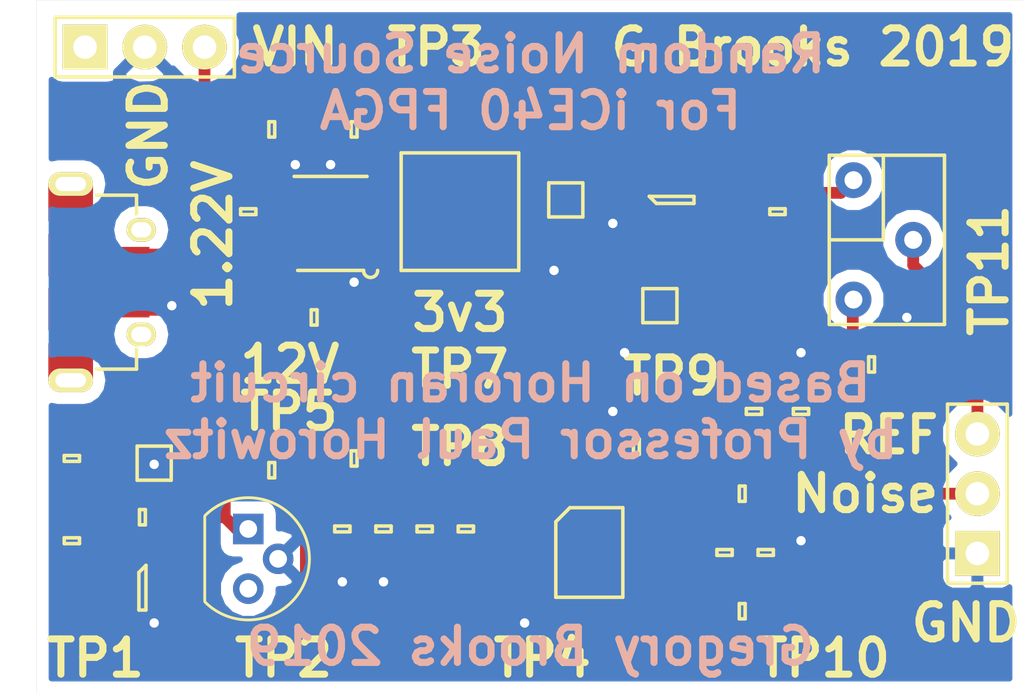
<source format=kicad_pcb>
(kicad_pcb (version 20171130) (host pcbnew "(5.0.0-rc3-dev)")

  (general
    (thickness 1.6)
    (drawings 25)
    (tracks 263)
    (zones 0)
    (modules 46)
    (nets 27)
  )

  (page A4)
  (title_block
    (title Hardware-RNG)
    (date 2019-03-09)
    (rev 1.0)
    (company "Cambridge University Engineering Department")
    (comment 1 "Gregory Brooks gb510")
  )

  (layers
    (0 F.Cu signal)
    (31 B.Cu signal)
    (32 B.Adhes user)
    (33 F.Adhes user)
    (34 B.Paste user)
    (35 F.Paste user)
    (36 B.SilkS user hide)
    (37 F.SilkS user)
    (38 B.Mask user)
    (39 F.Mask user)
    (40 Dwgs.User user)
    (41 Cmts.User user)
    (42 Eco1.User user)
    (43 Eco2.User user)
    (44 Edge.Cuts user)
    (45 Margin user)
    (46 B.CrtYd user)
    (47 F.CrtYd user)
    (48 B.Fab user)
    (49 F.Fab user hide)
  )

  (setup
    (last_trace_width 0.5)
    (user_trace_width 0.5)
    (trace_clearance 0.2)
    (zone_clearance 0.508)
    (zone_45_only no)
    (trace_min 0.2)
    (segment_width 0.2)
    (edge_width 0.15)
    (via_size 0.8)
    (via_drill 0.4)
    (via_min_size 0.4)
    (via_min_drill 0.3)
    (uvia_size 0.3)
    (uvia_drill 0.1)
    (uvias_allowed no)
    (uvia_min_size 0.2)
    (uvia_min_drill 0.1)
    (pcb_text_width 0.3)
    (pcb_text_size 1.5 1.5)
    (mod_edge_width 0.15)
    (mod_text_size 1 1)
    (mod_text_width 0.15)
    (pad_size 1.524 1.524)
    (pad_drill 0.762)
    (pad_to_mask_clearance 0.2)
    (aux_axis_origin 0 0)
    (visible_elements FFFFFF7F)
    (pcbplotparams
      (layerselection 0x010c0_ffffffff)
      (usegerberextensions false)
      (usegerberattributes false)
      (usegerberadvancedattributes false)
      (creategerberjobfile false)
      (excludeedgelayer true)
      (linewidth 0.100000)
      (plotframeref false)
      (viasonmask false)
      (mode 1)
      (useauxorigin false)
      (hpglpennumber 1)
      (hpglpenspeed 20)
      (hpglpendiameter 15.000000)
      (psnegative false)
      (psa4output false)
      (plotreference true)
      (plotvalue true)
      (plotinvisibletext false)
      (padsonsilk false)
      (subtractmaskfromsilk false)
      (outputformat 1)
      (mirror false)
      (drillshape 0)
      (scaleselection 1)
      (outputdirectory "gerbers/"))
  )

  (net 0 "")
  (net 1 "Net-(C1-Pad1)")
  (net 2 GND)
  (net 3 VCC)
  (net 4 "Net-(C5-Pad1)")
  (net 5 3v3)
  (net 6 12v)
  (net 7 "Net-(C10-Pad2)")
  (net 8 "Net-(C10-Pad1)")
  (net 9 "Net-(D1-Pad1)")
  (net 10 "Net-(J1-Pad3)")
  (net 11 "Net-(J1-Pad4)")
  (net 12 "Net-(J1-Pad2)")
  (net 13 "Net-(J1-PadS)")
  (net 14 "Net-(J3-Pad3)")
  (net 15 "Net-(L1-Pad2)")
  (net 16 "Net-(Q1-Pad3)")
  (net 17 "Net-(R6-Pad2)")
  (net 18 "Net-(R8-Pad2)")
  (net 19 "Net-(R10-Pad1)")
  (net 20 "Net-(J2-Pad1)")
  (net 21 "Net-(C2-Pad2)")
  (net 22 "Net-(C2-Pad1)")
  (net 23 "Net-(C6-Pad1)")
  (net 24 "Net-(R6-Pad1)")
  (net 25 "Net-(R14-Pad1)")
  (net 26 "Net-(R15-Pad3)")

  (net_class Default "This is the default net class."
    (clearance 0.2)
    (trace_width 0.25)
    (via_dia 0.8)
    (via_drill 0.4)
    (uvia_dia 0.3)
    (uvia_drill 0.1)
    (add_net 12v)
    (add_net 3v3)
    (add_net GND)
    (add_net "Net-(C1-Pad1)")
    (add_net "Net-(C10-Pad1)")
    (add_net "Net-(C10-Pad2)")
    (add_net "Net-(C2-Pad1)")
    (add_net "Net-(C2-Pad2)")
    (add_net "Net-(C5-Pad1)")
    (add_net "Net-(C6-Pad1)")
    (add_net "Net-(D1-Pad1)")
    (add_net "Net-(J1-Pad2)")
    (add_net "Net-(J1-Pad3)")
    (add_net "Net-(J1-Pad4)")
    (add_net "Net-(J1-PadS)")
    (add_net "Net-(J2-Pad1)")
    (add_net "Net-(J3-Pad3)")
    (add_net "Net-(L1-Pad2)")
    (add_net "Net-(Q1-Pad3)")
    (add_net "Net-(R10-Pad1)")
    (add_net "Net-(R14-Pad1)")
    (add_net "Net-(R15-Pad3)")
    (add_net "Net-(R6-Pad1)")
    (add_net "Net-(R6-Pad2)")
    (add_net "Net-(R8-Pad2)")
    (add_net VCC)
  )

  (module agg:TESTPAD (layer F.Cu) (tedit 5695CD9A) (tstamp 5C8655E1)
    (at 98 143.5)
    (path /5C88E316)
    (fp_text reference TP4 (at 0 -1.4) (layer F.Fab) hide
      (effects (font (size 1 1) (thickness 0.15)))
    )
    (fp_text value TESTPAD (at 0 1.6) (layer F.Fab) hide
      (effects (font (size 1 1) (thickness 0.15)))
    )
    (fp_line (start -0.75 0.75) (end 0.75 0.75) (layer F.CrtYd) (width 0.01))
    (fp_line (start -0.75 -0.75) (end -0.75 0.75) (layer F.CrtYd) (width 0.01))
    (fp_line (start 0.75 -0.75) (end -0.75 -0.75) (layer F.CrtYd) (width 0.01))
    (fp_line (start 0.75 0.75) (end 0.75 -0.75) (layer F.CrtYd) (width 0.01))
    (pad 1 smd circle (at 0 0) (size 1 1) (layers F.Cu F.Mask)
      (net 21 "Net-(C2-Pad2)"))
  )

  (module agg:1206 (layer F.Cu) (tedit 57654490) (tstamp 5C8654FC)
    (at 85 135.7)
    (path /5C82DE84)
    (fp_text reference C1 (at -3.025 0 90) (layer F.Fab)
      (effects (font (size 1 1) (thickness 0.15)))
    )
    (fp_text value 1.5uF (at 3.025 0 90) (layer F.Fab)
      (effects (font (size 1 1) (thickness 0.15)))
    )
    (fp_line (start -1.6 -0.8) (end 1.6 -0.8) (layer F.Fab) (width 0.01))
    (fp_line (start 1.6 -0.8) (end 1.6 0.8) (layer F.Fab) (width 0.01))
    (fp_line (start 1.6 0.8) (end -1.6 0.8) (layer F.Fab) (width 0.01))
    (fp_line (start -1.6 0.8) (end -1.6 -0.8) (layer F.Fab) (width 0.01))
    (fp_line (start -1 -0.8) (end -1 0.8) (layer F.Fab) (width 0.01))
    (fp_line (start 1 -0.8) (end 1 0.8) (layer F.Fab) (width 0.01))
    (fp_line (start -0.725 -0.725) (end 0.725 -0.725) (layer F.SilkS) (width 0.15))
    (fp_line (start 0.725 -0.725) (end 0.725 0.725) (layer F.SilkS) (width 0.15))
    (fp_line (start 0.725 0.725) (end -0.725 0.725) (layer F.SilkS) (width 0.15))
    (fp_line (start -0.725 0.725) (end -0.725 -0.725) (layer F.SilkS) (width 0.15))
    (fp_line (start -2.35 -1.15) (end 2.35 -1.15) (layer F.CrtYd) (width 0.01))
    (fp_line (start 2.35 -1.15) (end 2.35 1.15) (layer F.CrtYd) (width 0.01))
    (fp_line (start 2.35 1.15) (end -2.35 1.15) (layer F.CrtYd) (width 0.01))
    (fp_line (start -2.35 1.15) (end -2.35 -1.15) (layer F.CrtYd) (width 0.01))
    (pad 1 smd rect (at -1.5 0) (size 1.15 1.8) (layers F.Cu F.Paste F.Mask)
      (net 1 "Net-(C1-Pad1)"))
    (pad 2 smd rect (at 1.5 0) (size 1.15 1.8) (layers F.Cu F.Paste F.Mask)
      (net 2 GND))
    (model ${KISYS3DMOD}/Resistors_SMD.3dshapes/R_1206.wrl
      (at (xyz 0 0 0))
      (scale (xyz 1 1 1))
      (rotate (xyz 0 0 0))
    )
  )

  (module agg:0603 (layer F.Cu) (tedit 57654490) (tstamp 5C8419A5)
    (at 93.5 121.5)
    (path /5C8794CB)
    (fp_text reference C4 (at -2.225 0 90) (layer F.Fab)
      (effects (font (size 1 1) (thickness 0.15)))
    )
    (fp_text value 10uF (at 2.225 0 90) (layer F.Fab)
      (effects (font (size 1 1) (thickness 0.15)))
    )
    (fp_line (start -0.8 -0.4) (end 0.8 -0.4) (layer F.Fab) (width 0.01))
    (fp_line (start 0.8 -0.4) (end 0.8 0.4) (layer F.Fab) (width 0.01))
    (fp_line (start 0.8 0.4) (end -0.8 0.4) (layer F.Fab) (width 0.01))
    (fp_line (start -0.8 0.4) (end -0.8 -0.4) (layer F.Fab) (width 0.01))
    (fp_line (start -0.45 -0.4) (end -0.45 0.4) (layer F.Fab) (width 0.01))
    (fp_line (start 0.45 -0.4) (end 0.45 0.4) (layer F.Fab) (width 0.01))
    (fp_line (start -0.125 -0.325) (end 0.125 -0.325) (layer F.SilkS) (width 0.15))
    (fp_line (start 0.125 -0.325) (end 0.125 0.325) (layer F.SilkS) (width 0.15))
    (fp_line (start 0.125 0.325) (end -0.125 0.325) (layer F.SilkS) (width 0.15))
    (fp_line (start -0.125 0.325) (end -0.125 -0.325) (layer F.SilkS) (width 0.15))
    (fp_line (start -1.55 -0.75) (end 1.55 -0.75) (layer F.CrtYd) (width 0.01))
    (fp_line (start 1.55 -0.75) (end 1.55 0.75) (layer F.CrtYd) (width 0.01))
    (fp_line (start 1.55 0.75) (end -1.55 0.75) (layer F.CrtYd) (width 0.01))
    (fp_line (start -1.55 0.75) (end -1.55 -0.75) (layer F.CrtYd) (width 0.01))
    (pad 1 smd rect (at -0.8 0) (size 0.95 1) (layers F.Cu F.Paste F.Mask)
      (net 2 GND))
    (pad 2 smd rect (at 0.8 0) (size 0.95 1) (layers F.Cu F.Paste F.Mask)
      (net 3 VCC))
    (model ${KISYS3DMOD}/Resistors_SMD.3dshapes/R_0603.wrl
      (at (xyz 0 0 0))
      (scale (xyz 1 1 1))
      (rotate (xyz 0 0 0))
    )
  )

  (module agg:0603 (layer F.Cu) (tedit 57654490) (tstamp 5C8654C3)
    (at 94.75 138.5 270)
    (path /5C8318D3)
    (fp_text reference C5 (at -2.225 0) (layer F.Fab)
      (effects (font (size 1 1) (thickness 0.15)))
    )
    (fp_text value 33nF (at 2.225 0) (layer F.Fab)
      (effects (font (size 1 1) (thickness 0.15)))
    )
    (fp_line (start -0.8 -0.4) (end 0.8 -0.4) (layer F.Fab) (width 0.01))
    (fp_line (start 0.8 -0.4) (end 0.8 0.4) (layer F.Fab) (width 0.01))
    (fp_line (start 0.8 0.4) (end -0.8 0.4) (layer F.Fab) (width 0.01))
    (fp_line (start -0.8 0.4) (end -0.8 -0.4) (layer F.Fab) (width 0.01))
    (fp_line (start -0.45 -0.4) (end -0.45 0.4) (layer F.Fab) (width 0.01))
    (fp_line (start 0.45 -0.4) (end 0.45 0.4) (layer F.Fab) (width 0.01))
    (fp_line (start -0.125 -0.325) (end 0.125 -0.325) (layer F.SilkS) (width 0.15))
    (fp_line (start 0.125 -0.325) (end 0.125 0.325) (layer F.SilkS) (width 0.15))
    (fp_line (start 0.125 0.325) (end -0.125 0.325) (layer F.SilkS) (width 0.15))
    (fp_line (start -0.125 0.325) (end -0.125 -0.325) (layer F.SilkS) (width 0.15))
    (fp_line (start -1.55 -0.75) (end 1.55 -0.75) (layer F.CrtYd) (width 0.01))
    (fp_line (start 1.55 -0.75) (end 1.55 0.75) (layer F.CrtYd) (width 0.01))
    (fp_line (start 1.55 0.75) (end -1.55 0.75) (layer F.CrtYd) (width 0.01))
    (fp_line (start -1.55 0.75) (end -1.55 -0.75) (layer F.CrtYd) (width 0.01))
    (pad 1 smd rect (at -0.8 0 270) (size 0.95 1) (layers F.Cu F.Paste F.Mask)
      (net 4 "Net-(C5-Pad1)"))
    (pad 2 smd rect (at 0.8 0 270) (size 0.95 1) (layers F.Cu F.Paste F.Mask)
      (net 2 GND))
    (model ${KISYS3DMOD}/Resistors_SMD.3dshapes/R_0603.wrl
      (at (xyz 0 0 0))
      (scale (xyz 1 1 1))
      (rotate (xyz 0 0 0))
    )
  )

  (module agg:0603 (layer F.Cu) (tedit 57654490) (tstamp 5C8419F5)
    (at 91.8 129.5 180)
    (path /5C86709B)
    (fp_text reference C8 (at -2.225 0 270) (layer F.Fab)
      (effects (font (size 1 1) (thickness 0.15)))
    )
    (fp_text value 10uF (at 2.225 0 270) (layer F.Fab)
      (effects (font (size 1 1) (thickness 0.15)))
    )
    (fp_line (start -1.55 0.75) (end -1.55 -0.75) (layer F.CrtYd) (width 0.01))
    (fp_line (start 1.55 0.75) (end -1.55 0.75) (layer F.CrtYd) (width 0.01))
    (fp_line (start 1.55 -0.75) (end 1.55 0.75) (layer F.CrtYd) (width 0.01))
    (fp_line (start -1.55 -0.75) (end 1.55 -0.75) (layer F.CrtYd) (width 0.01))
    (fp_line (start -0.125 0.325) (end -0.125 -0.325) (layer F.SilkS) (width 0.15))
    (fp_line (start 0.125 0.325) (end -0.125 0.325) (layer F.SilkS) (width 0.15))
    (fp_line (start 0.125 -0.325) (end 0.125 0.325) (layer F.SilkS) (width 0.15))
    (fp_line (start -0.125 -0.325) (end 0.125 -0.325) (layer F.SilkS) (width 0.15))
    (fp_line (start 0.45 -0.4) (end 0.45 0.4) (layer F.Fab) (width 0.01))
    (fp_line (start -0.45 -0.4) (end -0.45 0.4) (layer F.Fab) (width 0.01))
    (fp_line (start -0.8 0.4) (end -0.8 -0.4) (layer F.Fab) (width 0.01))
    (fp_line (start 0.8 0.4) (end -0.8 0.4) (layer F.Fab) (width 0.01))
    (fp_line (start 0.8 -0.4) (end 0.8 0.4) (layer F.Fab) (width 0.01))
    (fp_line (start -0.8 -0.4) (end 0.8 -0.4) (layer F.Fab) (width 0.01))
    (pad 2 smd rect (at 0.8 0 180) (size 0.95 1) (layers F.Cu F.Paste F.Mask)
      (net 6 12v))
    (pad 1 smd rect (at -0.8 0 180) (size 0.95 1) (layers F.Cu F.Paste F.Mask)
      (net 2 GND))
    (model ${KISYS3DMOD}/Resistors_SMD.3dshapes/R_0603.wrl
      (at (xyz 0 0 0))
      (scale (xyz 1 1 1))
      (rotate (xyz 0 0 0))
    )
  )

  (module agg:0603 (layer F.Cu) (tedit 57654490) (tstamp 5C86548A)
    (at 105.5 135 180)
    (path /5C837B86)
    (fp_text reference C9 (at -2.225 0 270) (layer F.Fab)
      (effects (font (size 1 1) (thickness 0.15)))
    )
    (fp_text value 100nF (at 2.225 0 270) (layer F.Fab)
      (effects (font (size 1 1) (thickness 0.15)))
    )
    (fp_line (start -0.8 -0.4) (end 0.8 -0.4) (layer F.Fab) (width 0.01))
    (fp_line (start 0.8 -0.4) (end 0.8 0.4) (layer F.Fab) (width 0.01))
    (fp_line (start 0.8 0.4) (end -0.8 0.4) (layer F.Fab) (width 0.01))
    (fp_line (start -0.8 0.4) (end -0.8 -0.4) (layer F.Fab) (width 0.01))
    (fp_line (start -0.45 -0.4) (end -0.45 0.4) (layer F.Fab) (width 0.01))
    (fp_line (start 0.45 -0.4) (end 0.45 0.4) (layer F.Fab) (width 0.01))
    (fp_line (start -0.125 -0.325) (end 0.125 -0.325) (layer F.SilkS) (width 0.15))
    (fp_line (start 0.125 -0.325) (end 0.125 0.325) (layer F.SilkS) (width 0.15))
    (fp_line (start 0.125 0.325) (end -0.125 0.325) (layer F.SilkS) (width 0.15))
    (fp_line (start -0.125 0.325) (end -0.125 -0.325) (layer F.SilkS) (width 0.15))
    (fp_line (start -1.55 -0.75) (end 1.55 -0.75) (layer F.CrtYd) (width 0.01))
    (fp_line (start 1.55 -0.75) (end 1.55 0.75) (layer F.CrtYd) (width 0.01))
    (fp_line (start 1.55 0.75) (end -1.55 0.75) (layer F.CrtYd) (width 0.01))
    (fp_line (start -1.55 0.75) (end -1.55 -0.75) (layer F.CrtYd) (width 0.01))
    (pad 1 smd rect (at -0.8 0 180) (size 0.95 1) (layers F.Cu F.Paste F.Mask)
      (net 6 12v))
    (pad 2 smd rect (at 0.8 0 180) (size 0.95 1) (layers F.Cu F.Paste F.Mask)
      (net 2 GND))
    (model ${KISYS3DMOD}/Resistors_SMD.3dshapes/R_0603.wrl
      (at (xyz 0 0 0))
      (scale (xyz 1 1 1))
      (rotate (xyz 0 0 0))
    )
  )

  (module agg:0603 (layer F.Cu) (tedit 57654490) (tstamp 5C865451)
    (at 110 137)
    (path /5C8385F2)
    (fp_text reference C10 (at -2.225 0 90) (layer F.Fab)
      (effects (font (size 1 1) (thickness 0.15)))
    )
    (fp_text value 3.3nF (at 2.225 0 90) (layer F.Fab)
      (effects (font (size 1 1) (thickness 0.15)))
    )
    (fp_line (start -1.55 0.75) (end -1.55 -0.75) (layer F.CrtYd) (width 0.01))
    (fp_line (start 1.55 0.75) (end -1.55 0.75) (layer F.CrtYd) (width 0.01))
    (fp_line (start 1.55 -0.75) (end 1.55 0.75) (layer F.CrtYd) (width 0.01))
    (fp_line (start -1.55 -0.75) (end 1.55 -0.75) (layer F.CrtYd) (width 0.01))
    (fp_line (start -0.125 0.325) (end -0.125 -0.325) (layer F.SilkS) (width 0.15))
    (fp_line (start 0.125 0.325) (end -0.125 0.325) (layer F.SilkS) (width 0.15))
    (fp_line (start 0.125 -0.325) (end 0.125 0.325) (layer F.SilkS) (width 0.15))
    (fp_line (start -0.125 -0.325) (end 0.125 -0.325) (layer F.SilkS) (width 0.15))
    (fp_line (start 0.45 -0.4) (end 0.45 0.4) (layer F.Fab) (width 0.01))
    (fp_line (start -0.45 -0.4) (end -0.45 0.4) (layer F.Fab) (width 0.01))
    (fp_line (start -0.8 0.4) (end -0.8 -0.4) (layer F.Fab) (width 0.01))
    (fp_line (start 0.8 0.4) (end -0.8 0.4) (layer F.Fab) (width 0.01))
    (fp_line (start 0.8 -0.4) (end 0.8 0.4) (layer F.Fab) (width 0.01))
    (fp_line (start -0.8 -0.4) (end 0.8 -0.4) (layer F.Fab) (width 0.01))
    (pad 2 smd rect (at 0.8 0) (size 0.95 1) (layers F.Cu F.Paste F.Mask)
      (net 7 "Net-(C10-Pad2)"))
    (pad 1 smd rect (at -0.8 0) (size 0.95 1) (layers F.Cu F.Paste F.Mask)
      (net 8 "Net-(C10-Pad1)"))
    (model ${KISYS3DMOD}/Resistors_SMD.3dshapes/R_0603.wrl
      (at (xyz 0 0 0))
      (scale (xyz 1 1 1))
      (rotate (xyz 0 0 0))
    )
  )

  (module agg:SOT-23 (layer F.Cu) (tedit 5765688A) (tstamp 5C865404)
    (at 84.5 141)
    (path /5C82D417)
    (fp_text reference D1 (at 0 -2.45) (layer F.Fab)
      (effects (font (size 1 1) (thickness 0.15)))
    )
    (fp_text value LM4040-10V (at 0 2.45) (layer F.Fab)
      (effects (font (size 1 1) (thickness 0.15)))
    )
    (fp_line (start -1.9 1.75) (end -1.9 -1.75) (layer F.CrtYd) (width 0.01))
    (fp_line (start 1.9 1.75) (end -1.9 1.75) (layer F.CrtYd) (width 0.01))
    (fp_line (start 1.9 -1.75) (end 1.9 1.75) (layer F.CrtYd) (width 0.01))
    (fp_line (start -1.9 -1.75) (end 1.9 -1.75) (layer F.CrtYd) (width 0.01))
    (fp_line (start -0.15 -0.65) (end 0.15 -0.95) (layer F.SilkS) (width 0.15))
    (fp_line (start -0.15 0.95) (end -0.15 -0.65) (layer F.SilkS) (width 0.15))
    (fp_line (start 0.15 0.95) (end -0.15 0.95) (layer F.SilkS) (width 0.15))
    (fp_line (start 0.15 -0.95) (end 0.15 0.95) (layer F.SilkS) (width 0.15))
    (fp_line (start 0.15 -0.95) (end 0.15 -0.95) (layer F.SilkS) (width 0.15))
    (fp_line (start 1.25 0.24) (end 0.7 0.24) (layer F.Fab) (width 0.01))
    (fp_line (start 1.25 -0.24) (end 1.25 0.24) (layer F.Fab) (width 0.01))
    (fp_line (start 0.7 -0.24) (end 1.25 -0.24) (layer F.Fab) (width 0.01))
    (fp_line (start -1.25 1.19) (end -1.25 0.71) (layer F.Fab) (width 0.01))
    (fp_line (start -0.7 1.19) (end -1.25 1.19) (layer F.Fab) (width 0.01))
    (fp_line (start -1.25 0.71) (end -0.7 0.71) (layer F.Fab) (width 0.01))
    (fp_line (start -1.25 -0.71) (end -1.25 -1.19) (layer F.Fab) (width 0.01))
    (fp_line (start -0.7 -0.71) (end -1.25 -0.71) (layer F.Fab) (width 0.01))
    (fp_line (start -1.25 -1.19) (end -0.7 -1.19) (layer F.Fab) (width 0.01))
    (fp_circle (center 0.1 -0.7) (end 0.1 -0.3) (layer F.Fab) (width 0.01))
    (fp_line (start -0.7 1.5) (end -0.7 -1.5) (layer F.Fab) (width 0.01))
    (fp_line (start 0.7 1.5) (end -0.7 1.5) (layer F.Fab) (width 0.01))
    (fp_line (start 0.7 -1.5) (end 0.7 1.5) (layer F.Fab) (width 0.01))
    (fp_line (start -0.7 -1.5) (end 0.7 -1.5) (layer F.Fab) (width 0.01))
    (pad 3 smd rect (at 1.15 0) (size 1 0.6) (layers F.Cu F.Paste F.Mask))
    (pad 2 smd rect (at -1.15 0.95) (size 1 0.6) (layers F.Cu F.Paste F.Mask)
      (net 2 GND))
    (pad 1 smd rect (at -1.15 -0.95) (size 1 0.6) (layers F.Cu F.Paste F.Mask)
      (net 9 "Net-(D1-Pad1)"))
    (model ${KISYS3DMOD}/TO_SOT_Packages_SMD.3dshapes/SOT-23.wrl
      (at (xyz 0 0 0))
      (scale (xyz 1 1 1))
      (rotate (xyz 0 0 90))
    )
  )

  (module agg:SOT-23 (layer F.Cu) (tedit 5765688A) (tstamp 5C841A59)
    (at 107 124.5 90)
    (path /5C8DD182)
    (fp_text reference IC1 (at 0 -2.45 90) (layer F.Fab)
      (effects (font (size 1 1) (thickness 0.15)))
    )
    (fp_text value MCP1700 (at 0 2.45 90) (layer F.Fab)
      (effects (font (size 1 1) (thickness 0.15)))
    )
    (fp_line (start -0.7 -1.5) (end 0.7 -1.5) (layer F.Fab) (width 0.01))
    (fp_line (start 0.7 -1.5) (end 0.7 1.5) (layer F.Fab) (width 0.01))
    (fp_line (start 0.7 1.5) (end -0.7 1.5) (layer F.Fab) (width 0.01))
    (fp_line (start -0.7 1.5) (end -0.7 -1.5) (layer F.Fab) (width 0.01))
    (fp_circle (center 0.1 -0.7) (end 0.1 -0.3) (layer F.Fab) (width 0.01))
    (fp_line (start -1.25 -1.19) (end -0.7 -1.19) (layer F.Fab) (width 0.01))
    (fp_line (start -0.7 -0.71) (end -1.25 -0.71) (layer F.Fab) (width 0.01))
    (fp_line (start -1.25 -0.71) (end -1.25 -1.19) (layer F.Fab) (width 0.01))
    (fp_line (start -1.25 0.71) (end -0.7 0.71) (layer F.Fab) (width 0.01))
    (fp_line (start -0.7 1.19) (end -1.25 1.19) (layer F.Fab) (width 0.01))
    (fp_line (start -1.25 1.19) (end -1.25 0.71) (layer F.Fab) (width 0.01))
    (fp_line (start 0.7 -0.24) (end 1.25 -0.24) (layer F.Fab) (width 0.01))
    (fp_line (start 1.25 -0.24) (end 1.25 0.24) (layer F.Fab) (width 0.01))
    (fp_line (start 1.25 0.24) (end 0.7 0.24) (layer F.Fab) (width 0.01))
    (fp_line (start 0.15 -0.95) (end 0.15 -0.95) (layer F.SilkS) (width 0.15))
    (fp_line (start 0.15 -0.95) (end 0.15 0.95) (layer F.SilkS) (width 0.15))
    (fp_line (start 0.15 0.95) (end -0.15 0.95) (layer F.SilkS) (width 0.15))
    (fp_line (start -0.15 0.95) (end -0.15 -0.65) (layer F.SilkS) (width 0.15))
    (fp_line (start -0.15 -0.65) (end 0.15 -0.95) (layer F.SilkS) (width 0.15))
    (fp_line (start -1.9 -1.75) (end 1.9 -1.75) (layer F.CrtYd) (width 0.01))
    (fp_line (start 1.9 -1.75) (end 1.9 1.75) (layer F.CrtYd) (width 0.01))
    (fp_line (start 1.9 1.75) (end -1.9 1.75) (layer F.CrtYd) (width 0.01))
    (fp_line (start -1.9 1.75) (end -1.9 -1.75) (layer F.CrtYd) (width 0.01))
    (pad 1 smd rect (at -1.15 -0.95 90) (size 1 0.6) (layers F.Cu F.Paste F.Mask)
      (net 2 GND))
    (pad 2 smd rect (at -1.15 0.95 90) (size 1 0.6) (layers F.Cu F.Paste F.Mask)
      (net 5 3v3))
    (pad 3 smd rect (at 1.15 0 90) (size 1 0.6) (layers F.Cu F.Paste F.Mask)
      (net 3 VCC))
    (model ${KISYS3DMOD}/TO_SOT_Packages_SMD.3dshapes/SOT-23.wrl
      (at (xyz 0 0 0))
      (scale (xyz 1 1 1))
      (rotate (xyz 0 0 90))
    )
  )

  (module agg:MICROUSB_MOLEX_47589-0001 (layer F.Cu) (tedit 5688C817) (tstamp 5C841A9C)
    (at 81.45 128 270)
    (path /5C82F0F6)
    (fp_text reference J1 (at 0 -4.75 270) (layer F.Fab)
      (effects (font (size 1 1) (thickness 0.15)))
    )
    (fp_text value MICROUSB (at 0 3.75 270) (layer F.Fab)
      (effects (font (size 1 1) (thickness 0.15)))
    )
    (fp_line (start 5 3) (end -5 3) (layer F.CrtYd) (width 0.01))
    (fp_line (start 5 -4) (end 5 3) (layer F.CrtYd) (width 0.01))
    (fp_line (start -5 -4) (end 5 -4) (layer F.CrtYd) (width 0.01))
    (fp_line (start -5 3) (end -5 -4) (layer F.CrtYd) (width 0.01))
    (fp_line (start -3.7 -2.8) (end -3.7 -1.1) (layer F.SilkS) (width 0.15))
    (fp_line (start -2.9 -2.8) (end -3.7 -2.8) (layer F.SilkS) (width 0.15))
    (fp_line (start 3.7 -2.8) (end 2.85 -2.8) (layer F.SilkS) (width 0.15))
    (fp_line (start 3.7 -1.1) (end 3.7 -2.8) (layer F.SilkS) (width 0.15))
    (fp_line (start -1.17 -2.2) (end -1.17 -2.85) (layer F.Fab) (width 0.01))
    (fp_line (start -1.43 -2.2) (end -1.17 -2.2) (layer F.Fab) (width 0.01))
    (fp_line (start -1.43 -2.85) (end -1.43 -2.2) (layer F.Fab) (width 0.01))
    (fp_line (start -0.52 -2.2) (end -0.52 -2.85) (layer F.Fab) (width 0.01))
    (fp_line (start -0.78 -2.2) (end -0.52 -2.2) (layer F.Fab) (width 0.01))
    (fp_line (start -0.78 -2.85) (end -0.78 -2.2) (layer F.Fab) (width 0.01))
    (fp_line (start 1.43 -2.2) (end 1.43 -2.85) (layer F.Fab) (width 0.01))
    (fp_line (start 1.17 -2.2) (end 1.43 -2.2) (layer F.Fab) (width 0.01))
    (fp_line (start 1.17 -2.85) (end 1.17 -2.2) (layer F.Fab) (width 0.01))
    (fp_line (start 0.78 -2.2) (end 0.78 -2.85) (layer F.Fab) (width 0.01))
    (fp_line (start 0.52 -2.2) (end 0.78 -2.2) (layer F.Fab) (width 0.01))
    (fp_line (start 0.52 -2.85) (end 0.52 -2.2) (layer F.Fab) (width 0.01))
    (fp_line (start -0.13 -2.2) (end -0.13 -2.85) (layer F.Fab) (width 0.01))
    (fp_line (start 0.13 -2.2) (end -0.13 -2.2) (layer F.Fab) (width 0.01))
    (fp_line (start 0.13 -2.85) (end 0.13 -2.2) (layer F.Fab) (width 0.01))
    (fp_line (start -2.45 -3.15) (end -2.45 -2.85) (layer F.Fab) (width 0.01))
    (fp_line (start -2 -3.15) (end -2.45 -3.15) (layer F.Fab) (width 0.01))
    (fp_line (start -2 -2.85) (end -2 -3.15) (layer F.Fab) (width 0.01))
    (fp_line (start 2.45 -3.15) (end 2.45 -2.85) (layer F.Fab) (width 0.01))
    (fp_line (start 2 -3.15) (end 2.45 -3.15) (layer F.Fab) (width 0.01))
    (fp_line (start 2 -2.85) (end 2 -3.15) (layer F.Fab) (width 0.01))
    (fp_line (start -4.03 -0.45) (end -4.03 0.45) (layer F.Fab) (width 0.01))
    (fp_line (start 4.03 0.45) (end 4.03 0.45) (layer F.Fab) (width 0.01))
    (fp_line (start 4.03 -0.45) (end 4.03 0.45) (layer F.Fab) (width 0.01))
    (fp_line (start 4.33 -0.45) (end 3.75 -0.45) (layer F.Fab) (width 0.01))
    (fp_line (start 4.33 0.45) (end 4.33 -0.45) (layer F.Fab) (width 0.01))
    (fp_line (start 3.75 0.45) (end 4.33 0.45) (layer F.Fab) (width 0.01))
    (fp_line (start 3.75 -2.85) (end 3.75 2.75) (layer F.Fab) (width 0.01))
    (fp_line (start -3.75 -2.85) (end 3.75 -2.85) (layer F.Fab) (width 0.01))
    (fp_line (start -3.75 2.75) (end -3.75 -2.85) (layer F.Fab) (width 0.01))
    (fp_line (start -3.95 2.75) (end -3.75 2.15) (layer F.Fab) (width 0.01))
    (fp_line (start -4.1 2.75) (end -3.95 2.75) (layer F.Fab) (width 0.01))
    (fp_line (start 3.95 2.75) (end 3.75 2.15) (layer F.Fab) (width 0.01))
    (fp_line (start 4.1 2.75) (end 3.95 2.75) (layer F.Fab) (width 0.01))
    (fp_line (start 3.9 2.15) (end -3.9 2.15) (layer F.Fab) (width 0.01))
    (fp_line (start 4.1 2.75) (end 3.9 2.15) (layer F.Fab) (width 0.01))
    (fp_line (start -4.675 1.45) (end 4.675 1.45) (layer F.Fab) (width 0.01))
    (fp_line (start -3.75 2.75) (end 3.75 2.75) (layer F.Fab) (width 0.01))
    (fp_line (start -4.1 2.75) (end -3.9 2.15) (layer F.Fab) (width 0.01))
    (fp_line (start -4.33 -0.45) (end -3.75 -0.45) (layer F.Fab) (width 0.01))
    (fp_line (start -4.33 0.45) (end -4.33 -0.45) (layer F.Fab) (width 0.01))
    (fp_line (start -3.75 0.45) (end -4.33 0.45) (layer F.Fab) (width 0.01))
    (pad 3 smd rect (at 0 -2.675 270) (size 0.4 1.35) (layers F.Cu F.Paste F.Mask)
      (net 10 "Net-(J1-Pad3)"))
    (pad 4 smd rect (at 0.65 -2.675 270) (size 0.4 1.35) (layers F.Cu F.Paste F.Mask)
      (net 11 "Net-(J1-Pad4)"))
    (pad 2 smd rect (at -0.65 -2.675 270) (size 0.4 1.35) (layers F.Cu F.Paste F.Mask)
      (net 12 "Net-(J1-Pad2)"))
    (pad 1 smd rect (at -1.3 -2.675 270) (size 0.4 1.35) (layers F.Cu F.Paste F.Mask)
      (net 3 VCC))
    (pad 5 smd rect (at 1.3 -2.675 270) (size 0.4 1.35) (layers F.Cu F.Paste F.Mask)
      (net 2 GND))
    (pad S thru_hole oval (at 2.225 -3 270) (size 1 1.25) (drill oval 0.65 0.85) (layers *.Cu *.Mask F.SilkS)
      (net 13 "Net-(J1-PadS)"))
    (pad "" thru_hole oval (at -2.225 -3 270) (size 1 1.25) (drill oval 0.65 0.85) (layers *.Cu *.Mask F.SilkS))
    (pad "" smd rect (at 1.15 0 270) (size 1.8 1.9) (layers F.Cu F.Paste F.Mask)
      (solder_paste_margin -0.25))
    (pad "" smd rect (at -1.15 0 270) (size 1.8 1.9) (layers F.Cu F.Paste F.Mask)
      (solder_paste_margin -0.25))
    (pad "" smd rect (at 3.3875 0 270) (size 1.575 1.9) (layers F.Cu F.Paste F.Mask)
      (solder_paste_margin -0.3))
    (pad "" thru_hole oval (at 4.175 0 270) (size 1 1.9) (drill oval 0.6 1.3) (layers *.Cu *.Mask F.SilkS))
    (pad "" smd rect (at -3.3875 0 270) (size 1.575 1.9) (layers F.Cu F.Paste F.Mask)
      (solder_paste_margin -0.3))
    (pad "" thru_hole oval (at -4.175 0 270) (size 1 1.9) (drill oval 0.6 1.3) (layers *.Cu *.Mask F.SilkS))
  )

  (module agg:SIL-254P-03 (layer F.Cu) (tedit 57656D66) (tstamp 5C841AAF)
    (at 84.6 118)
    (path /5C9345AF)
    (fp_text reference J2 (at 0 -2.22) (layer F.Fab)
      (effects (font (size 1 1) (thickness 0.15)))
    )
    (fp_text value CONN_01x03 (at 0 2.22) (layer F.Fab)
      (effects (font (size 1 1) (thickness 0.15)))
    )
    (fp_line (start -4.1 1.55) (end -4.1 -1.55) (layer F.CrtYd) (width 0.01))
    (fp_line (start 4.1 1.55) (end -4.1 1.55) (layer F.CrtYd) (width 0.01))
    (fp_line (start 4.1 -1.55) (end 4.1 1.55) (layer F.CrtYd) (width 0.01))
    (fp_line (start -4.1 -1.55) (end 4.1 -1.55) (layer F.CrtYd) (width 0.01))
    (fp_line (start -3.81 1.27) (end -3.81 -1.27) (layer F.SilkS) (width 0.15))
    (fp_line (start 3.81 1.27) (end -3.81 1.27) (layer F.SilkS) (width 0.15))
    (fp_line (start 3.81 -1.27) (end 3.81 1.27) (layer F.SilkS) (width 0.15))
    (fp_line (start -3.81 -1.27) (end 3.81 -1.27) (layer F.SilkS) (width 0.15))
    (fp_line (start -3.81 1.27) (end -3.81 -1.27) (layer F.Fab) (width 0.01))
    (fp_line (start 3.81 1.27) (end -3.81 1.27) (layer F.Fab) (width 0.01))
    (fp_line (start 3.81 -1.27) (end 3.81 1.27) (layer F.Fab) (width 0.01))
    (fp_line (start -3.81 -1.27) (end 3.81 -1.27) (layer F.Fab) (width 0.01))
    (pad 3 thru_hole circle (at 2.54 0) (size 1.9 1.9) (drill 1) (layers *.Cu *.Mask F.SilkS)
      (net 3 VCC))
    (pad 2 thru_hole circle (at 0 0) (size 1.9 1.9) (drill 1) (layers *.Cu *.Mask F.SilkS)
      (net 2 GND))
    (pad 1 thru_hole rect (at -2.54 0) (size 1.9 1.9) (drill 1) (layers *.Cu *.Mask F.SilkS)
      (net 20 "Net-(J2-Pad1)"))
    (model ${KISYS3DMOD}/Pin_Headers.3dshapes/Pin_Header_Straight_1x03.wrl
      (at (xyz 0 0 0))
      (scale (xyz 1 1 1))
      (rotate (xyz 0 0 0))
    )
  )

  (module agg:SIL-254P-03 (layer F.Cu) (tedit 57656D66) (tstamp 5C8653C3)
    (at 120 137 90)
    (path /5C933F4B)
    (fp_text reference J3 (at 0 -2.22 90) (layer F.Fab)
      (effects (font (size 1 1) (thickness 0.15)))
    )
    (fp_text value CONN_01x03 (at 0 2.22 90) (layer F.Fab)
      (effects (font (size 1 1) (thickness 0.15)))
    )
    (fp_line (start -4.1 1.55) (end -4.1 -1.55) (layer F.CrtYd) (width 0.01))
    (fp_line (start 4.1 1.55) (end -4.1 1.55) (layer F.CrtYd) (width 0.01))
    (fp_line (start 4.1 -1.55) (end 4.1 1.55) (layer F.CrtYd) (width 0.01))
    (fp_line (start -4.1 -1.55) (end 4.1 -1.55) (layer F.CrtYd) (width 0.01))
    (fp_line (start -3.81 1.27) (end -3.81 -1.27) (layer F.SilkS) (width 0.15))
    (fp_line (start 3.81 1.27) (end -3.81 1.27) (layer F.SilkS) (width 0.15))
    (fp_line (start 3.81 -1.27) (end 3.81 1.27) (layer F.SilkS) (width 0.15))
    (fp_line (start -3.81 -1.27) (end 3.81 -1.27) (layer F.SilkS) (width 0.15))
    (fp_line (start -3.81 1.27) (end -3.81 -1.27) (layer F.Fab) (width 0.01))
    (fp_line (start 3.81 1.27) (end -3.81 1.27) (layer F.Fab) (width 0.01))
    (fp_line (start 3.81 -1.27) (end 3.81 1.27) (layer F.Fab) (width 0.01))
    (fp_line (start -3.81 -1.27) (end 3.81 -1.27) (layer F.Fab) (width 0.01))
    (pad 3 thru_hole circle (at 2.54 0 90) (size 1.9 1.9) (drill 1) (layers *.Cu *.Mask F.SilkS)
      (net 14 "Net-(J3-Pad3)"))
    (pad 2 thru_hole circle (at 0 0 90) (size 1.9 1.9) (drill 1) (layers *.Cu *.Mask F.SilkS)
      (net 7 "Net-(C10-Pad2)"))
    (pad 1 thru_hole rect (at -2.54 0 90) (size 1.9 1.9) (drill 1) (layers *.Cu *.Mask F.SilkS)
      (net 2 GND))
    (model ${KISYS3DMOD}/Pin_Headers.3dshapes/Pin_Header_Straight_1x03.wrl
      (at (xyz 0 0 0))
      (scale (xyz 1 1 1))
      (rotate (xyz 0 0 0))
    )
  )

  (module hardware-rng:WURTH_IND_3.8_3.8_1.65 (layer F.Cu) (tedit 5C8399B2) (tstamp 5C841AFA)
    (at 98 125)
    (path /5C862FE8)
    (fp_text reference L1 (at 0 3.5) (layer F.Fab)
      (effects (font (size 1 1) (thickness 0.15)))
    )
    (fp_text value 4.7uH (at 0 -3.7) (layer F.Fab)
      (effects (font (size 1 1) (thickness 0.15)))
    )
    (fp_line (start -2.5 -2.5) (end -2.5 2.5) (layer F.SilkS) (width 0.15))
    (fp_line (start -2.5 2.5) (end 2.5 2.5) (layer F.SilkS) (width 0.15))
    (fp_line (start 2.5 2.5) (end 2.5 -2.5) (layer F.SilkS) (width 0.15))
    (fp_line (start 2.5 -2.5) (end -2.5 -2.5) (layer F.SilkS) (width 0.15))
    (fp_line (start -2.2 -2.2) (end -2.2 2.2) (layer F.CrtYd) (width 0.01))
    (fp_line (start -2.2 2.2) (end 2.2 2.2) (layer F.CrtYd) (width 0.01))
    (fp_line (start 2.2 2.2) (end 2.2 -2.2) (layer F.CrtYd) (width 0.01))
    (fp_line (start 2.2 -2.2) (end -2.2 -2.2) (layer F.CrtYd) (width 0.01))
    (pad 1 smd rect (at 0 -1.725) (size 4.3 0.85) (layers F.Cu F.Paste F.Mask)
      (net 3 VCC))
    (pad 2 smd rect (at 0 1.725) (size 4.3 0.85) (layers F.Cu F.Paste F.Mask)
      (net 15 "Net-(L1-Pad2)"))
    (pad 1 smd rect (at 1.725 -0.925) (size 0.85 0.75) (layers F.Cu F.Paste F.Mask)
      (net 3 VCC))
    (pad 1 smd rect (at -1.725 -0.925) (size 0.85 0.75) (layers F.Cu F.Paste F.Mask)
      (net 3 VCC))
    (pad 2 smd rect (at 1.725 0.925) (size 0.85 0.75) (layers F.Cu F.Paste F.Mask)
      (net 15 "Net-(L1-Pad2)"))
    (pad 2 smd rect (at -1.725 0.925) (size 0.85 0.75) (layers F.Cu F.Paste F.Mask)
      (net 15 "Net-(L1-Pad2)"))
  )

  (module hardware-rng:TO-92 (layer F.Cu) (tedit 5C83A872) (tstamp 5C86538F)
    (at 89 138.5 270)
    (descr "TO-92 leads molded, narrow, drill 0.75mm (see NXP sot054_po.pdf)")
    (tags "to-92 sc-43 sc-43a sot54 PA33 transistor")
    (path /5C82D7B0)
    (fp_text reference Q1 (at 1.27 -3.56 270) (layer F.Fab)
      (effects (font (size 1 1) (thickness 0.15)))
    )
    (fp_text value 2N4401 (at 1.27 2.79 270) (layer F.Fab)
      (effects (font (size 1 1) (thickness 0.15)))
    )
    (fp_text user %R (at 1.27 -3.56 270) (layer F.Fab)
      (effects (font (size 1 1) (thickness 0.15)))
    )
    (fp_line (start -0.53 1.85) (end 3.07 1.85) (layer F.SilkS) (width 0.12))
    (fp_line (start -0.5 1.75) (end 3 1.75) (layer F.Fab) (width 0.1))
    (fp_line (start -1.46 -2.73) (end 4 -2.73) (layer F.CrtYd) (width 0.05))
    (fp_line (start -1.46 -2.73) (end -1.46 2.01) (layer F.CrtYd) (width 0.05))
    (fp_line (start 4 2.01) (end 4 -2.73) (layer F.CrtYd) (width 0.05))
    (fp_line (start 4 2.01) (end -1.46 2.01) (layer F.CrtYd) (width 0.05))
    (fp_arc (start 1.27 0) (end 1.27 -2.48) (angle 135) (layer F.Fab) (width 0.1))
    (fp_arc (start 1.27 0) (end 1.27 -2.6) (angle -135) (layer F.SilkS) (width 0.12))
    (fp_arc (start 1.27 0) (end 1.27 -2.48) (angle -135) (layer F.Fab) (width 0.1))
    (fp_arc (start 1.27 0) (end 1.27 -2.6) (angle 135) (layer F.SilkS) (width 0.12))
    (pad 1 thru_hole circle (at 1.27 -1.27) (size 1.3 1.3) (drill 0.75) (layers *.Cu *.Mask)
      (net 2 GND))
    (pad 3 thru_hole circle (at 2.54 0) (size 1.3 1.3) (drill 0.75) (layers *.Cu *.Mask)
      (net 16 "Net-(Q1-Pad3)"))
    (pad 2 thru_hole rect (at 0 0) (size 1.3 1.3) (drill 0.75) (layers *.Cu *.Mask)
      (net 22 "Net-(C2-Pad1)"))
    (model ${KISYS3DMOD}/Package_TO_SOT_THT.3dshapes/TO-92.wrl
      (at (xyz 0 0 0))
      (scale (xyz 1 1 1))
      (rotate (xyz 0 0 0))
    )
  )

  (module agg:0603 (layer F.Cu) (tedit 57654490) (tstamp 5C865358)
    (at 81.5 135.5 270)
    (path /5C82D4D5)
    (fp_text reference R1 (at -2.225 0) (layer F.Fab)
      (effects (font (size 1 1) (thickness 0.15)))
    )
    (fp_text value 1k (at 2.225 0) (layer F.Fab)
      (effects (font (size 1 1) (thickness 0.15)))
    )
    (fp_line (start -1.55 0.75) (end -1.55 -0.75) (layer F.CrtYd) (width 0.01))
    (fp_line (start 1.55 0.75) (end -1.55 0.75) (layer F.CrtYd) (width 0.01))
    (fp_line (start 1.55 -0.75) (end 1.55 0.75) (layer F.CrtYd) (width 0.01))
    (fp_line (start -1.55 -0.75) (end 1.55 -0.75) (layer F.CrtYd) (width 0.01))
    (fp_line (start -0.125 0.325) (end -0.125 -0.325) (layer F.SilkS) (width 0.15))
    (fp_line (start 0.125 0.325) (end -0.125 0.325) (layer F.SilkS) (width 0.15))
    (fp_line (start 0.125 -0.325) (end 0.125 0.325) (layer F.SilkS) (width 0.15))
    (fp_line (start -0.125 -0.325) (end 0.125 -0.325) (layer F.SilkS) (width 0.15))
    (fp_line (start 0.45 -0.4) (end 0.45 0.4) (layer F.Fab) (width 0.01))
    (fp_line (start -0.45 -0.4) (end -0.45 0.4) (layer F.Fab) (width 0.01))
    (fp_line (start -0.8 0.4) (end -0.8 -0.4) (layer F.Fab) (width 0.01))
    (fp_line (start 0.8 0.4) (end -0.8 0.4) (layer F.Fab) (width 0.01))
    (fp_line (start 0.8 -0.4) (end 0.8 0.4) (layer F.Fab) (width 0.01))
    (fp_line (start -0.8 -0.4) (end 0.8 -0.4) (layer F.Fab) (width 0.01))
    (pad 2 smd rect (at 0.8 0 270) (size 0.95 1) (layers F.Cu F.Paste F.Mask)
      (net 1 "Net-(C1-Pad1)"))
    (pad 1 smd rect (at -0.8 0 270) (size 0.95 1) (layers F.Cu F.Paste F.Mask)
      (net 6 12v))
    (model ${KISYS3DMOD}/Resistors_SMD.3dshapes/R_0603.wrl
      (at (xyz 0 0 0))
      (scale (xyz 1 1 1))
      (rotate (xyz 0 0 0))
    )
  )

  (module agg:0603 (layer F.Cu) (tedit 57654490) (tstamp 5C86531F)
    (at 81.5 139 270)
    (path /5C82D5BE)
    (fp_text reference R2 (at -2.225 0) (layer F.Fab)
      (effects (font (size 1 1) (thickness 0.15)))
    )
    (fp_text value 1k (at 2.225 0) (layer F.Fab)
      (effects (font (size 1 1) (thickness 0.15)))
    )
    (fp_line (start -0.8 -0.4) (end 0.8 -0.4) (layer F.Fab) (width 0.01))
    (fp_line (start 0.8 -0.4) (end 0.8 0.4) (layer F.Fab) (width 0.01))
    (fp_line (start 0.8 0.4) (end -0.8 0.4) (layer F.Fab) (width 0.01))
    (fp_line (start -0.8 0.4) (end -0.8 -0.4) (layer F.Fab) (width 0.01))
    (fp_line (start -0.45 -0.4) (end -0.45 0.4) (layer F.Fab) (width 0.01))
    (fp_line (start 0.45 -0.4) (end 0.45 0.4) (layer F.Fab) (width 0.01))
    (fp_line (start -0.125 -0.325) (end 0.125 -0.325) (layer F.SilkS) (width 0.15))
    (fp_line (start 0.125 -0.325) (end 0.125 0.325) (layer F.SilkS) (width 0.15))
    (fp_line (start 0.125 0.325) (end -0.125 0.325) (layer F.SilkS) (width 0.15))
    (fp_line (start -0.125 0.325) (end -0.125 -0.325) (layer F.SilkS) (width 0.15))
    (fp_line (start -1.55 -0.75) (end 1.55 -0.75) (layer F.CrtYd) (width 0.01))
    (fp_line (start 1.55 -0.75) (end 1.55 0.75) (layer F.CrtYd) (width 0.01))
    (fp_line (start 1.55 0.75) (end -1.55 0.75) (layer F.CrtYd) (width 0.01))
    (fp_line (start -1.55 0.75) (end -1.55 -0.75) (layer F.CrtYd) (width 0.01))
    (pad 1 smd rect (at -0.8 0 270) (size 0.95 1) (layers F.Cu F.Paste F.Mask)
      (net 1 "Net-(C1-Pad1)"))
    (pad 2 smd rect (at 0.8 0 270) (size 0.95 1) (layers F.Cu F.Paste F.Mask)
      (net 9 "Net-(D1-Pad1)"))
    (model ${KISYS3DMOD}/Resistors_SMD.3dshapes/R_0603.wrl
      (at (xyz 0 0 0))
      (scale (xyz 1 1 1))
      (rotate (xyz 0 0 0))
    )
  )

  (module agg:0603 (layer F.Cu) (tedit 57654490) (tstamp 5C86523B)
    (at 84.5 138 180)
    (path /5C82D5EB)
    (fp_text reference R3 (at -2.225 0 270) (layer F.Fab)
      (effects (font (size 1 1) (thickness 0.15)))
    )
    (fp_text value 100k (at 2.225 0 270) (layer F.Fab)
      (effects (font (size 1 1) (thickness 0.15)))
    )
    (fp_line (start -1.55 0.75) (end -1.55 -0.75) (layer F.CrtYd) (width 0.01))
    (fp_line (start 1.55 0.75) (end -1.55 0.75) (layer F.CrtYd) (width 0.01))
    (fp_line (start 1.55 -0.75) (end 1.55 0.75) (layer F.CrtYd) (width 0.01))
    (fp_line (start -1.55 -0.75) (end 1.55 -0.75) (layer F.CrtYd) (width 0.01))
    (fp_line (start -0.125 0.325) (end -0.125 -0.325) (layer F.SilkS) (width 0.15))
    (fp_line (start 0.125 0.325) (end -0.125 0.325) (layer F.SilkS) (width 0.15))
    (fp_line (start 0.125 -0.325) (end 0.125 0.325) (layer F.SilkS) (width 0.15))
    (fp_line (start -0.125 -0.325) (end 0.125 -0.325) (layer F.SilkS) (width 0.15))
    (fp_line (start 0.45 -0.4) (end 0.45 0.4) (layer F.Fab) (width 0.01))
    (fp_line (start -0.45 -0.4) (end -0.45 0.4) (layer F.Fab) (width 0.01))
    (fp_line (start -0.8 0.4) (end -0.8 -0.4) (layer F.Fab) (width 0.01))
    (fp_line (start 0.8 0.4) (end -0.8 0.4) (layer F.Fab) (width 0.01))
    (fp_line (start 0.8 -0.4) (end 0.8 0.4) (layer F.Fab) (width 0.01))
    (fp_line (start -0.8 -0.4) (end 0.8 -0.4) (layer F.Fab) (width 0.01))
    (pad 2 smd rect (at 0.8 0 180) (size 0.95 1) (layers F.Cu F.Paste F.Mask)
      (net 9 "Net-(D1-Pad1)"))
    (pad 1 smd rect (at -0.8 0 180) (size 0.95 1) (layers F.Cu F.Paste F.Mask)
      (net 22 "Net-(C2-Pad1)"))
    (model ${KISYS3DMOD}/Resistors_SMD.3dshapes/R_0603.wrl
      (at (xyz 0 0 0))
      (scale (xyz 1 1 1))
      (rotate (xyz 0 0 0))
    )
  )

  (module agg:0603 (layer F.Cu) (tedit 57654490) (tstamp 5C8651C9)
    (at 93.5 135.5 180)
    (path /5C82EBBA)
    (fp_text reference R4 (at -2.225 0 270) (layer F.Fab)
      (effects (font (size 1 1) (thickness 0.15)))
    )
    (fp_text value 1k (at 2.225 0 270) (layer F.Fab)
      (effects (font (size 1 1) (thickness 0.15)))
    )
    (fp_line (start -1.55 0.75) (end -1.55 -0.75) (layer F.CrtYd) (width 0.01))
    (fp_line (start 1.55 0.75) (end -1.55 0.75) (layer F.CrtYd) (width 0.01))
    (fp_line (start 1.55 -0.75) (end 1.55 0.75) (layer F.CrtYd) (width 0.01))
    (fp_line (start -1.55 -0.75) (end 1.55 -0.75) (layer F.CrtYd) (width 0.01))
    (fp_line (start -0.125 0.325) (end -0.125 -0.325) (layer F.SilkS) (width 0.15))
    (fp_line (start 0.125 0.325) (end -0.125 0.325) (layer F.SilkS) (width 0.15))
    (fp_line (start 0.125 -0.325) (end 0.125 0.325) (layer F.SilkS) (width 0.15))
    (fp_line (start -0.125 -0.325) (end 0.125 -0.325) (layer F.SilkS) (width 0.15))
    (fp_line (start 0.45 -0.4) (end 0.45 0.4) (layer F.Fab) (width 0.01))
    (fp_line (start -0.45 -0.4) (end -0.45 0.4) (layer F.Fab) (width 0.01))
    (fp_line (start -0.8 0.4) (end -0.8 -0.4) (layer F.Fab) (width 0.01))
    (fp_line (start 0.8 0.4) (end -0.8 0.4) (layer F.Fab) (width 0.01))
    (fp_line (start 0.8 -0.4) (end 0.8 0.4) (layer F.Fab) (width 0.01))
    (fp_line (start -0.8 -0.4) (end 0.8 -0.4) (layer F.Fab) (width 0.01))
    (pad 2 smd rect (at 0.8 0 180) (size 0.95 1) (layers F.Cu F.Paste F.Mask)
      (net 21 "Net-(C2-Pad2)"))
    (pad 1 smd rect (at -0.8 0 180) (size 0.95 1) (layers F.Cu F.Paste F.Mask)
      (net 6 12v))
    (model ${KISYS3DMOD}/Resistors_SMD.3dshapes/R_0603.wrl
      (at (xyz 0 0 0))
      (scale (xyz 1 1 1))
      (rotate (xyz 0 0 0))
    )
  )

  (module agg:0603 (layer F.Cu) (tedit 57654490) (tstamp 5C865274)
    (at 93 138.5 270)
    (path /5C82E698)
    (fp_text reference R5 (at -2.225 0) (layer F.Fab)
      (effects (font (size 1 1) (thickness 0.15)))
    )
    (fp_text value 1k (at 2.225 0) (layer F.Fab)
      (effects (font (size 1 1) (thickness 0.15)))
    )
    (fp_line (start -1.55 0.75) (end -1.55 -0.75) (layer F.CrtYd) (width 0.01))
    (fp_line (start 1.55 0.75) (end -1.55 0.75) (layer F.CrtYd) (width 0.01))
    (fp_line (start 1.55 -0.75) (end 1.55 0.75) (layer F.CrtYd) (width 0.01))
    (fp_line (start -1.55 -0.75) (end 1.55 -0.75) (layer F.CrtYd) (width 0.01))
    (fp_line (start -0.125 0.325) (end -0.125 -0.325) (layer F.SilkS) (width 0.15))
    (fp_line (start 0.125 0.325) (end -0.125 0.325) (layer F.SilkS) (width 0.15))
    (fp_line (start 0.125 -0.325) (end 0.125 0.325) (layer F.SilkS) (width 0.15))
    (fp_line (start -0.125 -0.325) (end 0.125 -0.325) (layer F.SilkS) (width 0.15))
    (fp_line (start 0.45 -0.4) (end 0.45 0.4) (layer F.Fab) (width 0.01))
    (fp_line (start -0.45 -0.4) (end -0.45 0.4) (layer F.Fab) (width 0.01))
    (fp_line (start -0.8 0.4) (end -0.8 -0.4) (layer F.Fab) (width 0.01))
    (fp_line (start 0.8 0.4) (end -0.8 0.4) (layer F.Fab) (width 0.01))
    (fp_line (start 0.8 -0.4) (end 0.8 0.4) (layer F.Fab) (width 0.01))
    (fp_line (start -0.8 -0.4) (end 0.8 -0.4) (layer F.Fab) (width 0.01))
    (pad 2 smd rect (at 0.8 0 270) (size 0.95 1) (layers F.Cu F.Paste F.Mask)
      (net 2 GND))
    (pad 1 smd rect (at -0.8 0 270) (size 0.95 1) (layers F.Cu F.Paste F.Mask)
      (net 21 "Net-(C2-Pad2)"))
    (model ${KISYS3DMOD}/Resistors_SMD.3dshapes/R_0603.wrl
      (at (xyz 0 0 0))
      (scale (xyz 1 1 1))
      (rotate (xyz 0 0 0))
    )
  )

  (module agg:0603 (layer F.Cu) (tedit 57654490) (tstamp 5C865190)
    (at 98.25 138.5 90)
    (path /5C8306DE)
    (fp_text reference R6 (at -2.225 0 180) (layer F.Fab)
      (effects (font (size 1 1) (thickness 0.15)))
    )
    (fp_text value 2.49k (at 2.225 0 180) (layer F.Fab)
      (effects (font (size 1 1) (thickness 0.15)))
    )
    (fp_line (start -0.8 -0.4) (end 0.8 -0.4) (layer F.Fab) (width 0.01))
    (fp_line (start 0.8 -0.4) (end 0.8 0.4) (layer F.Fab) (width 0.01))
    (fp_line (start 0.8 0.4) (end -0.8 0.4) (layer F.Fab) (width 0.01))
    (fp_line (start -0.8 0.4) (end -0.8 -0.4) (layer F.Fab) (width 0.01))
    (fp_line (start -0.45 -0.4) (end -0.45 0.4) (layer F.Fab) (width 0.01))
    (fp_line (start 0.45 -0.4) (end 0.45 0.4) (layer F.Fab) (width 0.01))
    (fp_line (start -0.125 -0.325) (end 0.125 -0.325) (layer F.SilkS) (width 0.15))
    (fp_line (start 0.125 -0.325) (end 0.125 0.325) (layer F.SilkS) (width 0.15))
    (fp_line (start 0.125 0.325) (end -0.125 0.325) (layer F.SilkS) (width 0.15))
    (fp_line (start -0.125 0.325) (end -0.125 -0.325) (layer F.SilkS) (width 0.15))
    (fp_line (start -1.55 -0.75) (end 1.55 -0.75) (layer F.CrtYd) (width 0.01))
    (fp_line (start 1.55 -0.75) (end 1.55 0.75) (layer F.CrtYd) (width 0.01))
    (fp_line (start 1.55 0.75) (end -1.55 0.75) (layer F.CrtYd) (width 0.01))
    (fp_line (start -1.55 0.75) (end -1.55 -0.75) (layer F.CrtYd) (width 0.01))
    (pad 1 smd rect (at -0.8 0 90) (size 0.95 1) (layers F.Cu F.Paste F.Mask)
      (net 24 "Net-(R6-Pad1)"))
    (pad 2 smd rect (at 0.8 0 90) (size 0.95 1) (layers F.Cu F.Paste F.Mask)
      (net 17 "Net-(R6-Pad2)"))
    (model ${KISYS3DMOD}/Resistors_SMD.3dshapes/R_0603.wrl
      (at (xyz 0 0 0))
      (scale (xyz 1 1 1))
      (rotate (xyz 0 0 0))
    )
  )

  (module agg:0603 (layer F.Cu) (tedit 57654490) (tstamp 5C865202)
    (at 96.5 138.5 90)
    (path /5C830794)
    (fp_text reference R7 (at -2.225 0 180) (layer F.Fab)
      (effects (font (size 1 1) (thickness 0.15)))
    )
    (fp_text value 249 (at 2.225 0 180) (layer F.Fab)
      (effects (font (size 1 1) (thickness 0.15)))
    )
    (fp_line (start -1.55 0.75) (end -1.55 -0.75) (layer F.CrtYd) (width 0.01))
    (fp_line (start 1.55 0.75) (end -1.55 0.75) (layer F.CrtYd) (width 0.01))
    (fp_line (start 1.55 -0.75) (end 1.55 0.75) (layer F.CrtYd) (width 0.01))
    (fp_line (start -1.55 -0.75) (end 1.55 -0.75) (layer F.CrtYd) (width 0.01))
    (fp_line (start -0.125 0.325) (end -0.125 -0.325) (layer F.SilkS) (width 0.15))
    (fp_line (start 0.125 0.325) (end -0.125 0.325) (layer F.SilkS) (width 0.15))
    (fp_line (start 0.125 -0.325) (end 0.125 0.325) (layer F.SilkS) (width 0.15))
    (fp_line (start -0.125 -0.325) (end 0.125 -0.325) (layer F.SilkS) (width 0.15))
    (fp_line (start 0.45 -0.4) (end 0.45 0.4) (layer F.Fab) (width 0.01))
    (fp_line (start -0.45 -0.4) (end -0.45 0.4) (layer F.Fab) (width 0.01))
    (fp_line (start -0.8 0.4) (end -0.8 -0.4) (layer F.Fab) (width 0.01))
    (fp_line (start 0.8 0.4) (end -0.8 0.4) (layer F.Fab) (width 0.01))
    (fp_line (start 0.8 -0.4) (end 0.8 0.4) (layer F.Fab) (width 0.01))
    (fp_line (start -0.8 -0.4) (end 0.8 -0.4) (layer F.Fab) (width 0.01))
    (pad 2 smd rect (at 0.8 0 90) (size 0.95 1) (layers F.Cu F.Paste F.Mask)
      (net 4 "Net-(C5-Pad1)"))
    (pad 1 smd rect (at -0.8 0 90) (size 0.95 1) (layers F.Cu F.Paste F.Mask)
      (net 24 "Net-(R6-Pad1)"))
    (model ${KISYS3DMOD}/Resistors_SMD.3dshapes/R_0603.wrl
      (at (xyz 0 0 0))
      (scale (xyz 1 1 1))
      (rotate (xyz 0 0 0))
    )
  )

  (module agg:0603 (layer F.Cu) (tedit 57654490) (tstamp 5C841BAC)
    (at 89 125 90)
    (path /5C866FBD)
    (fp_text reference R8 (at -2.225 0 180) (layer F.Fab)
      (effects (font (size 1 1) (thickness 0.15)))
    )
    (fp_text value 180k (at 2.225 0 180) (layer F.Fab)
      (effects (font (size 1 1) (thickness 0.15)))
    )
    (fp_line (start -0.8 -0.4) (end 0.8 -0.4) (layer F.Fab) (width 0.01))
    (fp_line (start 0.8 -0.4) (end 0.8 0.4) (layer F.Fab) (width 0.01))
    (fp_line (start 0.8 0.4) (end -0.8 0.4) (layer F.Fab) (width 0.01))
    (fp_line (start -0.8 0.4) (end -0.8 -0.4) (layer F.Fab) (width 0.01))
    (fp_line (start -0.45 -0.4) (end -0.45 0.4) (layer F.Fab) (width 0.01))
    (fp_line (start 0.45 -0.4) (end 0.45 0.4) (layer F.Fab) (width 0.01))
    (fp_line (start -0.125 -0.325) (end 0.125 -0.325) (layer F.SilkS) (width 0.15))
    (fp_line (start 0.125 -0.325) (end 0.125 0.325) (layer F.SilkS) (width 0.15))
    (fp_line (start 0.125 0.325) (end -0.125 0.325) (layer F.SilkS) (width 0.15))
    (fp_line (start -0.125 0.325) (end -0.125 -0.325) (layer F.SilkS) (width 0.15))
    (fp_line (start -1.55 -0.75) (end 1.55 -0.75) (layer F.CrtYd) (width 0.01))
    (fp_line (start 1.55 -0.75) (end 1.55 0.75) (layer F.CrtYd) (width 0.01))
    (fp_line (start 1.55 0.75) (end -1.55 0.75) (layer F.CrtYd) (width 0.01))
    (fp_line (start -1.55 0.75) (end -1.55 -0.75) (layer F.CrtYd) (width 0.01))
    (pad 1 smd rect (at -0.8 0 90) (size 0.95 1) (layers F.Cu F.Paste F.Mask)
      (net 6 12v))
    (pad 2 smd rect (at 0.8 0 90) (size 0.95 1) (layers F.Cu F.Paste F.Mask)
      (net 18 "Net-(R8-Pad2)"))
    (model ${KISYS3DMOD}/Resistors_SMD.3dshapes/R_0603.wrl
      (at (xyz 0 0 0))
      (scale (xyz 1 1 1))
      (rotate (xyz 0 0 0))
    )
  )

  (module agg:0603 (layer F.Cu) (tedit 57654490) (tstamp 5C841BC0)
    (at 90 121.5)
    (path /5C866F14)
    (fp_text reference R9 (at -2.225 0 90) (layer F.Fab)
      (effects (font (size 1 1) (thickness 0.15)))
    )
    (fp_text value 20k (at 2.225 0 90) (layer F.Fab)
      (effects (font (size 1 1) (thickness 0.15)))
    )
    (fp_line (start -1.55 0.75) (end -1.55 -0.75) (layer F.CrtYd) (width 0.01))
    (fp_line (start 1.55 0.75) (end -1.55 0.75) (layer F.CrtYd) (width 0.01))
    (fp_line (start 1.55 -0.75) (end 1.55 0.75) (layer F.CrtYd) (width 0.01))
    (fp_line (start -1.55 -0.75) (end 1.55 -0.75) (layer F.CrtYd) (width 0.01))
    (fp_line (start -0.125 0.325) (end -0.125 -0.325) (layer F.SilkS) (width 0.15))
    (fp_line (start 0.125 0.325) (end -0.125 0.325) (layer F.SilkS) (width 0.15))
    (fp_line (start 0.125 -0.325) (end 0.125 0.325) (layer F.SilkS) (width 0.15))
    (fp_line (start -0.125 -0.325) (end 0.125 -0.325) (layer F.SilkS) (width 0.15))
    (fp_line (start 0.45 -0.4) (end 0.45 0.4) (layer F.Fab) (width 0.01))
    (fp_line (start -0.45 -0.4) (end -0.45 0.4) (layer F.Fab) (width 0.01))
    (fp_line (start -0.8 0.4) (end -0.8 -0.4) (layer F.Fab) (width 0.01))
    (fp_line (start 0.8 0.4) (end -0.8 0.4) (layer F.Fab) (width 0.01))
    (fp_line (start 0.8 -0.4) (end 0.8 0.4) (layer F.Fab) (width 0.01))
    (fp_line (start -0.8 -0.4) (end 0.8 -0.4) (layer F.Fab) (width 0.01))
    (pad 2 smd rect (at 0.8 0) (size 0.95 1) (layers F.Cu F.Paste F.Mask)
      (net 2 GND))
    (pad 1 smd rect (at -0.8 0) (size 0.95 1) (layers F.Cu F.Paste F.Mask)
      (net 18 "Net-(R8-Pad2)"))
    (model ${KISYS3DMOD}/Resistors_SMD.3dshapes/R_0603.wrl
      (at (xyz 0 0 0))
      (scale (xyz 1 1 1))
      (rotate (xyz 0 0 0))
    )
  )

  (module agg:0603 (layer F.Cu) (tedit 57654490) (tstamp 5C8652E6)
    (at 110 142)
    (path /5C83289E)
    (fp_text reference R10 (at -2.225 0 90) (layer F.Fab)
      (effects (font (size 1 1) (thickness 0.15)))
    )
    (fp_text value 249 (at 2.225 0 90) (layer F.Fab)
      (effects (font (size 1 1) (thickness 0.15)))
    )
    (fp_line (start -0.8 -0.4) (end 0.8 -0.4) (layer F.Fab) (width 0.01))
    (fp_line (start 0.8 -0.4) (end 0.8 0.4) (layer F.Fab) (width 0.01))
    (fp_line (start 0.8 0.4) (end -0.8 0.4) (layer F.Fab) (width 0.01))
    (fp_line (start -0.8 0.4) (end -0.8 -0.4) (layer F.Fab) (width 0.01))
    (fp_line (start -0.45 -0.4) (end -0.45 0.4) (layer F.Fab) (width 0.01))
    (fp_line (start 0.45 -0.4) (end 0.45 0.4) (layer F.Fab) (width 0.01))
    (fp_line (start -0.125 -0.325) (end 0.125 -0.325) (layer F.SilkS) (width 0.15))
    (fp_line (start 0.125 -0.325) (end 0.125 0.325) (layer F.SilkS) (width 0.15))
    (fp_line (start 0.125 0.325) (end -0.125 0.325) (layer F.SilkS) (width 0.15))
    (fp_line (start -0.125 0.325) (end -0.125 -0.325) (layer F.SilkS) (width 0.15))
    (fp_line (start -1.55 -0.75) (end 1.55 -0.75) (layer F.CrtYd) (width 0.01))
    (fp_line (start 1.55 -0.75) (end 1.55 0.75) (layer F.CrtYd) (width 0.01))
    (fp_line (start 1.55 0.75) (end -1.55 0.75) (layer F.CrtYd) (width 0.01))
    (fp_line (start -1.55 0.75) (end -1.55 -0.75) (layer F.CrtYd) (width 0.01))
    (pad 1 smd rect (at -0.8 0) (size 0.95 1) (layers F.Cu F.Paste F.Mask)
      (net 19 "Net-(R10-Pad1)"))
    (pad 2 smd rect (at 0.8 0) (size 0.95 1) (layers F.Cu F.Paste F.Mask)
      (net 23 "Net-(C6-Pad1)"))
    (model ${KISYS3DMOD}/Resistors_SMD.3dshapes/R_0603.wrl
      (at (xyz 0 0 0))
      (scale (xyz 1 1 1))
      (rotate (xyz 0 0 0))
    )
  )

  (module agg:0603 (layer F.Cu) (tedit 57654490) (tstamp 5C8652AD)
    (at 109.25 139.5 270)
    (path /5C832896)
    (fp_text reference R11 (at -2.225 0) (layer F.Fab)
      (effects (font (size 1 1) (thickness 0.15)))
    )
    (fp_text value 2.49k (at 2.225 0) (layer F.Fab)
      (effects (font (size 1 1) (thickness 0.15)))
    )
    (fp_line (start -1.55 0.75) (end -1.55 -0.75) (layer F.CrtYd) (width 0.01))
    (fp_line (start 1.55 0.75) (end -1.55 0.75) (layer F.CrtYd) (width 0.01))
    (fp_line (start 1.55 -0.75) (end 1.55 0.75) (layer F.CrtYd) (width 0.01))
    (fp_line (start -1.55 -0.75) (end 1.55 -0.75) (layer F.CrtYd) (width 0.01))
    (fp_line (start -0.125 0.325) (end -0.125 -0.325) (layer F.SilkS) (width 0.15))
    (fp_line (start 0.125 0.325) (end -0.125 0.325) (layer F.SilkS) (width 0.15))
    (fp_line (start 0.125 -0.325) (end 0.125 0.325) (layer F.SilkS) (width 0.15))
    (fp_line (start -0.125 -0.325) (end 0.125 -0.325) (layer F.SilkS) (width 0.15))
    (fp_line (start 0.45 -0.4) (end 0.45 0.4) (layer F.Fab) (width 0.01))
    (fp_line (start -0.45 -0.4) (end -0.45 0.4) (layer F.Fab) (width 0.01))
    (fp_line (start -0.8 0.4) (end -0.8 -0.4) (layer F.Fab) (width 0.01))
    (fp_line (start 0.8 0.4) (end -0.8 0.4) (layer F.Fab) (width 0.01))
    (fp_line (start 0.8 -0.4) (end 0.8 0.4) (layer F.Fab) (width 0.01))
    (fp_line (start -0.8 -0.4) (end 0.8 -0.4) (layer F.Fab) (width 0.01))
    (pad 2 smd rect (at 0.8 0 270) (size 0.95 1) (layers F.Cu F.Paste F.Mask)
      (net 19 "Net-(R10-Pad1)"))
    (pad 1 smd rect (at -0.8 0 270) (size 0.95 1) (layers F.Cu F.Paste F.Mask)
      (net 8 "Net-(C10-Pad1)"))
    (model ${KISYS3DMOD}/Resistors_SMD.3dshapes/R_0603.wrl
      (at (xyz 0 0 0))
      (scale (xyz 1 1 1))
      (rotate (xyz 0 0 0))
    )
  )

  (module agg:0603 (layer F.Cu) (tedit 57654490) (tstamp 5C86499B)
    (at 112.5 133.5 90)
    (path /5C8398F7)
    (fp_text reference R13 (at -2.225 0 180) (layer F.Fab)
      (effects (font (size 1 1) (thickness 0.15)))
    )
    (fp_text value 1k (at 2.225 0 180) (layer F.Fab)
      (effects (font (size 1 1) (thickness 0.15)))
    )
    (fp_line (start -1.55 0.75) (end -1.55 -0.75) (layer F.CrtYd) (width 0.01))
    (fp_line (start 1.55 0.75) (end -1.55 0.75) (layer F.CrtYd) (width 0.01))
    (fp_line (start 1.55 -0.75) (end 1.55 0.75) (layer F.CrtYd) (width 0.01))
    (fp_line (start -1.55 -0.75) (end 1.55 -0.75) (layer F.CrtYd) (width 0.01))
    (fp_line (start -0.125 0.325) (end -0.125 -0.325) (layer F.SilkS) (width 0.15))
    (fp_line (start 0.125 0.325) (end -0.125 0.325) (layer F.SilkS) (width 0.15))
    (fp_line (start 0.125 -0.325) (end 0.125 0.325) (layer F.SilkS) (width 0.15))
    (fp_line (start -0.125 -0.325) (end 0.125 -0.325) (layer F.SilkS) (width 0.15))
    (fp_line (start 0.45 -0.4) (end 0.45 0.4) (layer F.Fab) (width 0.01))
    (fp_line (start -0.45 -0.4) (end -0.45 0.4) (layer F.Fab) (width 0.01))
    (fp_line (start -0.8 0.4) (end -0.8 -0.4) (layer F.Fab) (width 0.01))
    (fp_line (start 0.8 0.4) (end -0.8 0.4) (layer F.Fab) (width 0.01))
    (fp_line (start 0.8 -0.4) (end 0.8 0.4) (layer F.Fab) (width 0.01))
    (fp_line (start -0.8 -0.4) (end 0.8 -0.4) (layer F.Fab) (width 0.01))
    (pad 2 smd rect (at 0.8 0 90) (size 0.95 1) (layers F.Cu F.Paste F.Mask)
      (net 2 GND))
    (pad 1 smd rect (at -0.8 0 90) (size 0.95 1) (layers F.Cu F.Paste F.Mask)
      (net 7 "Net-(C10-Pad2)"))
    (model ${KISYS3DMOD}/Resistors_SMD.3dshapes/R_0603.wrl
      (at (xyz 0 0 0))
      (scale (xyz 1 1 1))
      (rotate (xyz 0 0 0))
    )
  )

  (module agg:0603 (layer F.Cu) (tedit 57654490) (tstamp 5C868AA5)
    (at 111.5 125 270)
    (path /5CA69952)
    (fp_text reference R14 (at -2.225 0) (layer F.Fab)
      (effects (font (size 1 1) (thickness 0.15)))
    )
    (fp_text value 2.49k (at 2.225 0) (layer F.Fab)
      (effects (font (size 1 1) (thickness 0.15)))
    )
    (fp_line (start -0.8 -0.4) (end 0.8 -0.4) (layer F.Fab) (width 0.01))
    (fp_line (start 0.8 -0.4) (end 0.8 0.4) (layer F.Fab) (width 0.01))
    (fp_line (start 0.8 0.4) (end -0.8 0.4) (layer F.Fab) (width 0.01))
    (fp_line (start -0.8 0.4) (end -0.8 -0.4) (layer F.Fab) (width 0.01))
    (fp_line (start -0.45 -0.4) (end -0.45 0.4) (layer F.Fab) (width 0.01))
    (fp_line (start 0.45 -0.4) (end 0.45 0.4) (layer F.Fab) (width 0.01))
    (fp_line (start -0.125 -0.325) (end 0.125 -0.325) (layer F.SilkS) (width 0.15))
    (fp_line (start 0.125 -0.325) (end 0.125 0.325) (layer F.SilkS) (width 0.15))
    (fp_line (start 0.125 0.325) (end -0.125 0.325) (layer F.SilkS) (width 0.15))
    (fp_line (start -0.125 0.325) (end -0.125 -0.325) (layer F.SilkS) (width 0.15))
    (fp_line (start -1.55 -0.75) (end 1.55 -0.75) (layer F.CrtYd) (width 0.01))
    (fp_line (start 1.55 -0.75) (end 1.55 0.75) (layer F.CrtYd) (width 0.01))
    (fp_line (start 1.55 0.75) (end -1.55 0.75) (layer F.CrtYd) (width 0.01))
    (fp_line (start -1.55 0.75) (end -1.55 -0.75) (layer F.CrtYd) (width 0.01))
    (pad 1 smd rect (at -0.8 0 270) (size 0.95 1) (layers F.Cu F.Paste F.Mask)
      (net 25 "Net-(R14-Pad1)"))
    (pad 2 smd rect (at 0.8 0 270) (size 0.95 1) (layers F.Cu F.Paste F.Mask)
      (net 5 3v3))
    (model ${KISYS3DMOD}/Resistors_SMD.3dshapes/R_0603.wrl
      (at (xyz 0 0 0))
      (scale (xyz 1 1 1))
      (rotate (xyz 0 0 0))
    )
  )

  (module agg:0603 (layer F.Cu) (tedit 57654490) (tstamp 5C868A6C)
    (at 115.5 131.5 180)
    (path /5CA69C40)
    (fp_text reference R16 (at -2.225 0 270) (layer F.Fab)
      (effects (font (size 1 1) (thickness 0.15)))
    )
    (fp_text value 2.49k (at 2.225 0 270) (layer F.Fab)
      (effects (font (size 1 1) (thickness 0.15)))
    )
    (fp_line (start -0.8 -0.4) (end 0.8 -0.4) (layer F.Fab) (width 0.01))
    (fp_line (start 0.8 -0.4) (end 0.8 0.4) (layer F.Fab) (width 0.01))
    (fp_line (start 0.8 0.4) (end -0.8 0.4) (layer F.Fab) (width 0.01))
    (fp_line (start -0.8 0.4) (end -0.8 -0.4) (layer F.Fab) (width 0.01))
    (fp_line (start -0.45 -0.4) (end -0.45 0.4) (layer F.Fab) (width 0.01))
    (fp_line (start 0.45 -0.4) (end 0.45 0.4) (layer F.Fab) (width 0.01))
    (fp_line (start -0.125 -0.325) (end 0.125 -0.325) (layer F.SilkS) (width 0.15))
    (fp_line (start 0.125 -0.325) (end 0.125 0.325) (layer F.SilkS) (width 0.15))
    (fp_line (start 0.125 0.325) (end -0.125 0.325) (layer F.SilkS) (width 0.15))
    (fp_line (start -0.125 0.325) (end -0.125 -0.325) (layer F.SilkS) (width 0.15))
    (fp_line (start -1.55 -0.75) (end 1.55 -0.75) (layer F.CrtYd) (width 0.01))
    (fp_line (start 1.55 -0.75) (end 1.55 0.75) (layer F.CrtYd) (width 0.01))
    (fp_line (start 1.55 0.75) (end -1.55 0.75) (layer F.CrtYd) (width 0.01))
    (fp_line (start -1.55 0.75) (end -1.55 -0.75) (layer F.CrtYd) (width 0.01))
    (pad 1 smd rect (at -0.8 0 180) (size 0.95 1) (layers F.Cu F.Paste F.Mask)
      (net 2 GND))
    (pad 2 smd rect (at 0.8 0 180) (size 0.95 1) (layers F.Cu F.Paste F.Mask)
      (net 26 "Net-(R15-Pad3)"))
    (model ${KISYS3DMOD}/Resistors_SMD.3dshapes/R_0603.wrl
      (at (xyz 0 0 0))
      (scale (xyz 1 1 1))
      (rotate (xyz 0 0 0))
    )
  )

  (module agg:TESTPAD (layer F.Cu) (tedit 5695CD9A) (tstamp 5C86516D)
    (at 81.5 142)
    (path /5C89CE20)
    (fp_text reference TP1 (at 0 -1.4) (layer F.Fab) hide
      (effects (font (size 1 1) (thickness 0.15)))
    )
    (fp_text value TESTPAD (at 0 1.6) (layer F.Fab) hide
      (effects (font (size 1 1) (thickness 0.15)))
    )
    (fp_line (start 0.75 0.75) (end 0.75 -0.75) (layer F.CrtYd) (width 0.01))
    (fp_line (start 0.75 -0.75) (end -0.75 -0.75) (layer F.CrtYd) (width 0.01))
    (fp_line (start -0.75 -0.75) (end -0.75 0.75) (layer F.CrtYd) (width 0.01))
    (fp_line (start -0.75 0.75) (end 0.75 0.75) (layer F.CrtYd) (width 0.01))
    (pad 1 smd circle (at 0 0) (size 1 1) (layers F.Cu F.Mask)
      (net 9 "Net-(D1-Pad1)"))
  )

  (module agg:TESTPAD (layer F.Cu) (tedit 5695CD9A) (tstamp 5C865155)
    (at 87.5 143.5)
    (path /5C88E702)
    (fp_text reference TP2 (at 0 -1.4) (layer F.Fab) hide
      (effects (font (size 1 1) (thickness 0.15)))
    )
    (fp_text value TESTPAD (at 0 1.6) (layer F.Fab) hide
      (effects (font (size 1 1) (thickness 0.15)))
    )
    (fp_line (start 0.75 0.75) (end 0.75 -0.75) (layer F.CrtYd) (width 0.01))
    (fp_line (start 0.75 -0.75) (end -0.75 -0.75) (layer F.CrtYd) (width 0.01))
    (fp_line (start -0.75 -0.75) (end -0.75 0.75) (layer F.CrtYd) (width 0.01))
    (fp_line (start -0.75 0.75) (end 0.75 0.75) (layer F.CrtYd) (width 0.01))
    (pad 1 smd circle (at 0 0) (size 1 1) (layers F.Cu F.Mask)
      (net 22 "Net-(C2-Pad1)"))
  )

  (module agg:TESTPAD (layer F.Cu) (tedit 5695CD9A) (tstamp 5C841C64)
    (at 94 118)
    (path /5C88DF6E)
    (fp_text reference TP3 (at 0 -1.4) (layer F.Fab) hide
      (effects (font (size 1 1) (thickness 0.15)))
    )
    (fp_text value TESTPAD (at 0 1.6) (layer F.Fab) hide
      (effects (font (size 1 1) (thickness 0.15)))
    )
    (fp_line (start 0.75 0.75) (end 0.75 -0.75) (layer F.CrtYd) (width 0.01))
    (fp_line (start 0.75 -0.75) (end -0.75 -0.75) (layer F.CrtYd) (width 0.01))
    (fp_line (start -0.75 -0.75) (end -0.75 0.75) (layer F.CrtYd) (width 0.01))
    (fp_line (start -0.75 0.75) (end 0.75 0.75) (layer F.CrtYd) (width 0.01))
    (pad 1 smd circle (at 0 0) (size 1 1) (layers F.Cu F.Mask)
      (net 3 VCC))
  )

  (module agg:TESTPAD (layer F.Cu) (tedit 5695CD9A) (tstamp 5C854A13)
    (at 87.5 132 270)
    (path /5C88DE89)
    (fp_text reference TP5 (at 0 -1.4 270) (layer F.Fab) hide
      (effects (font (size 1 1) (thickness 0.15)))
    )
    (fp_text value TESTPAD (at 0 1.6 270) (layer F.Fab) hide
      (effects (font (size 1 1) (thickness 0.15)))
    )
    (fp_line (start -0.75 0.75) (end 0.75 0.75) (layer F.CrtYd) (width 0.01))
    (fp_line (start -0.75 -0.75) (end -0.75 0.75) (layer F.CrtYd) (width 0.01))
    (fp_line (start 0.75 -0.75) (end -0.75 -0.75) (layer F.CrtYd) (width 0.01))
    (fp_line (start 0.75 0.75) (end 0.75 -0.75) (layer F.CrtYd) (width 0.01))
    (pad 1 smd circle (at 0 0 270) (size 1 1) (layers F.Cu F.Mask)
      (net 6 12v))
  )

  (module agg:TESTPAD (layer F.Cu) (tedit 5695CD9A) (tstamp 5C841C7F)
    (at 87.5 121.5 270)
    (path /5C88DBA9)
    (fp_text reference TP6 (at 0 -1.4 270) (layer F.Fab) hide
      (effects (font (size 1 1) (thickness 0.15)))
    )
    (fp_text value TESTPAD (at 0 1.6 270) (layer F.Fab) hide
      (effects (font (size 1 1) (thickness 0.15)))
    )
    (fp_line (start 0.75 0.75) (end 0.75 -0.75) (layer F.CrtYd) (width 0.01))
    (fp_line (start 0.75 -0.75) (end -0.75 -0.75) (layer F.CrtYd) (width 0.01))
    (fp_line (start -0.75 -0.75) (end -0.75 0.75) (layer F.CrtYd) (width 0.01))
    (fp_line (start -0.75 0.75) (end 0.75 0.75) (layer F.CrtYd) (width 0.01))
    (pad 1 smd circle (at 0 0 270) (size 1 1) (layers F.Cu F.Mask)
      (net 18 "Net-(R8-Pad2)"))
  )

  (module agg:TESTPAD (layer F.Cu) (tedit 5695CD9A) (tstamp 5C841C88)
    (at 101 130.5)
    (path /5C88E100)
    (fp_text reference TP7 (at 0 -1.4) (layer F.Fab) hide
      (effects (font (size 1 1) (thickness 0.15)))
    )
    (fp_text value TESTPAD (at 0 1.6) (layer F.Fab) hide
      (effects (font (size 1 1) (thickness 0.15)))
    )
    (fp_line (start -0.75 0.75) (end 0.75 0.75) (layer F.CrtYd) (width 0.01))
    (fp_line (start -0.75 -0.75) (end -0.75 0.75) (layer F.CrtYd) (width 0.01))
    (fp_line (start 0.75 -0.75) (end -0.75 -0.75) (layer F.CrtYd) (width 0.01))
    (fp_line (start 0.75 0.75) (end 0.75 -0.75) (layer F.CrtYd) (width 0.01))
    (pad 1 smd circle (at 0 0) (size 1 1) (layers F.Cu F.Mask)
      (net 5 3v3))
  )

  (module agg:TESTPAD (layer F.Cu) (tedit 5695CD9A) (tstamp 5C865611)
    (at 101 135)
    (path /5C88E7BE)
    (fp_text reference TP8 (at 0 -1.4) (layer F.Fab) hide
      (effects (font (size 1 1) (thickness 0.15)))
    )
    (fp_text value TESTPAD (at 0 1.6) (layer F.Fab) hide
      (effects (font (size 1 1) (thickness 0.15)))
    )
    (fp_line (start -0.75 0.75) (end 0.75 0.75) (layer F.CrtYd) (width 0.01))
    (fp_line (start -0.75 -0.75) (end -0.75 0.75) (layer F.CrtYd) (width 0.01))
    (fp_line (start 0.75 -0.75) (end -0.75 -0.75) (layer F.CrtYd) (width 0.01))
    (fp_line (start 0.75 0.75) (end 0.75 -0.75) (layer F.CrtYd) (width 0.01))
    (pad 1 smd circle (at 0 0) (size 1 1) (layers F.Cu F.Mask)
      (net 17 "Net-(R6-Pad2)"))
  )

  (module agg:TESTPAD (layer F.Cu) (tedit 5695CD9A) (tstamp 5C8655F9)
    (at 108 134)
    (path /5C88EABE)
    (fp_text reference TP9 (at 0 -1.4) (layer F.Fab) hide
      (effects (font (size 1 1) (thickness 0.15)))
    )
    (fp_text value TESTPAD (at 0 1.6) (layer F.Fab) hide
      (effects (font (size 1 1) (thickness 0.15)))
    )
    (fp_line (start -0.75 0.75) (end 0.75 0.75) (layer F.CrtYd) (width 0.01))
    (fp_line (start -0.75 -0.75) (end -0.75 0.75) (layer F.CrtYd) (width 0.01))
    (fp_line (start 0.75 -0.75) (end -0.75 -0.75) (layer F.CrtYd) (width 0.01))
    (fp_line (start 0.75 0.75) (end 0.75 -0.75) (layer F.CrtYd) (width 0.01))
    (pad 1 smd circle (at 0 0) (size 1 1) (layers F.Cu F.Mask)
      (net 8 "Net-(C10-Pad1)"))
  )

  (module agg:TESTPAD (layer F.Cu) (tedit 5695CD9A) (tstamp 5C8656BC)
    (at 114 141.5)
    (path /5C88E942)
    (fp_text reference TP10 (at 0 -1.4) (layer F.Fab) hide
      (effects (font (size 1 1) (thickness 0.15)))
    )
    (fp_text value TESTPAD (at 0 1.6) (layer F.Fab) hide
      (effects (font (size 1 1) (thickness 0.15)))
    )
    (fp_line (start 0.75 0.75) (end 0.75 -0.75) (layer F.CrtYd) (width 0.01))
    (fp_line (start 0.75 -0.75) (end -0.75 -0.75) (layer F.CrtYd) (width 0.01))
    (fp_line (start -0.75 -0.75) (end -0.75 0.75) (layer F.CrtYd) (width 0.01))
    (fp_line (start -0.75 0.75) (end 0.75 0.75) (layer F.CrtYd) (width 0.01))
    (pad 1 smd circle (at 0 0) (size 1 1) (layers F.Cu F.Mask)
      (net 7 "Net-(C10-Pad2)"))
  )

  (module agg:TESTPAD (layer F.Cu) (tedit 5695CD9A) (tstamp 5C841CAC)
    (at 120 131.5)
    (path /5C9D32E2)
    (fp_text reference TP11 (at 0 -1.4) (layer F.Fab) hide
      (effects (font (size 1 1) (thickness 0.15)))
    )
    (fp_text value TESTPAD (at 0 1.6) (layer F.Fab) hide
      (effects (font (size 1 1) (thickness 0.15)))
    )
    (fp_line (start 0.75 0.75) (end 0.75 -0.75) (layer F.CrtYd) (width 0.01))
    (fp_line (start 0.75 -0.75) (end -0.75 -0.75) (layer F.CrtYd) (width 0.01))
    (fp_line (start -0.75 -0.75) (end -0.75 0.75) (layer F.CrtYd) (width 0.01))
    (fp_line (start -0.75 0.75) (end 0.75 0.75) (layer F.CrtYd) (width 0.01))
    (pad 1 smd circle (at 0 0) (size 1 1) (layers F.Cu F.Mask)
      (net 14 "Net-(J3-Pad3)"))
  )

  (module hardware-rng:DFN-8-ST (layer F.Cu) (tedit 5C82F73B) (tstamp 5C841CDF)
    (at 92.5 125.5 180)
    (path /5CA16A54)
    (fp_text reference U1 (at 0 -3.3 180) (layer F.Fab)
      (effects (font (size 1 1) (thickness 0.15)))
    )
    (fp_text value ST8R00 (at 0 3 180) (layer F.Fab)
      (effects (font (size 1 1) (thickness 0.15)))
    )
    (fp_line (start -1.4 -2) (end 1.4 -2) (layer F.SilkS) (width 0.15))
    (fp_line (start -1.55 2) (end 1.55 2) (layer F.SilkS) (width 0.15))
    (fp_arc (start -1.7 -2) (end -2 -2) (angle 180) (layer F.SilkS) (width 0.15))
    (fp_line (start -2.15 -1.8) (end 2.15 -1.8) (layer F.CrtYd) (width 0.01))
    (fp_line (start 2.15 -1.8) (end 2.15 1.8) (layer F.CrtYd) (width 0.01))
    (fp_line (start 2.15 1.8) (end -2.15 1.8) (layer F.CrtYd) (width 0.01))
    (fp_line (start -2.15 1.8) (end -2.15 -1.8) (layer F.CrtYd) (width 0.01))
    (pad 1 smd rect (at -1.75 -1.2 180) (size 0.6 0.38) (layers F.Cu F.Paste F.Mask)
      (net 15 "Net-(L1-Pad2)"))
    (pad 2 smd rect (at -1.75 -0.4 180) (size 0.6 0.38) (layers F.Cu F.Paste F.Mask)
      (net 2 GND))
    (pad 3 smd rect (at -1.75 0.4 180) (size 0.6 0.38) (layers F.Cu F.Paste F.Mask)
      (net 2 GND))
    (pad 4 smd rect (at -1.75 1.2 180) (size 0.6 0.38) (layers F.Cu F.Paste F.Mask)
      (net 3 VCC))
    (pad 5 smd rect (at 1.75 1.2 180) (size 0.6 0.38) (layers F.Cu F.Paste F.Mask)
      (net 18 "Net-(R8-Pad2)"))
    (pad 6 smd rect (at 1.75 0.4 180) (size 0.6 0.38) (layers F.Cu F.Paste F.Mask)
      (net 3 VCC))
    (pad 7 smd rect (at 1.75 -0.4 180) (size 0.6 0.38) (layers F.Cu F.Paste F.Mask)
      (net 2 GND))
    (pad 8 smd rect (at 1.75 -1.2 180) (size 0.6 0.38) (layers F.Cu F.Paste F.Mask)
      (net 6 12v))
    (pad "" smd rect (at 0 -0.6 180) (size 0.8 0.8) (layers F.Mask)
      (solder_mask_margin 0.001))
    (pad "" smd rect (at 0 0.6 180) (size 0.8 0.8) (layers F.Mask)
      (solder_mask_margin 0.001))
    (pad "" smd rect (at 0 -0.6 180) (size 0.8 0.8) (layers F.Paste)
      (solder_paste_margin 0.001))
    (pad "" smd rect (at 0 0.6 180) (size 0.8 0.8) (layers F.Paste)
      (solder_paste_margin 0.001))
    (pad EP smd rect (at 0 0 180) (size 2.3 3.24) (layers F.Cu)
      (net 2 GND))
    (model ${KISYS3DMOD}/Housings_DFN_QFN.3dshapes/DFN-8-1EP_3x3mm_Pitch0.65mm.wrl
      (at (xyz 0 0 0))
      (scale (xyz 1 1 1))
      (rotate (xyz 0 0 0))
    )
  )

  (module agg:SOIC-8 (layer F.Cu) (tedit 57656747) (tstamp 5C865652)
    (at 103.5 139.5)
    (path /5C82F8D0)
    (fp_text reference U2 (at 0 -3.45) (layer F.Fab)
      (effects (font (size 1 1) (thickness 0.15)))
    )
    (fp_text value LT1215CS8#PBF (at 0 3.45) (layer F.Fab)
      (effects (font (size 1 1) (thickness 0.15)))
    )
    (fp_line (start -2 -2.5) (end 2 -2.5) (layer F.Fab) (width 0.01))
    (fp_line (start 2 -2.5) (end 2 2.5) (layer F.Fab) (width 0.01))
    (fp_line (start 2 2.5) (end -2 2.5) (layer F.Fab) (width 0.01))
    (fp_line (start -2 2.5) (end -2 -2.5) (layer F.Fab) (width 0.01))
    (fp_circle (center -1.2 -1.7) (end -1.2 -1.3) (layer F.Fab) (width 0.01))
    (fp_line (start -3.1 -2.155) (end -2 -2.155) (layer F.Fab) (width 0.01))
    (fp_line (start -2 -1.655) (end -3.1 -1.655) (layer F.Fab) (width 0.01))
    (fp_line (start -3.1 -1.655) (end -3.1 -2.155) (layer F.Fab) (width 0.01))
    (fp_line (start -3.1 -0.885) (end -2 -0.885) (layer F.Fab) (width 0.01))
    (fp_line (start -2 -0.385) (end -3.1 -0.385) (layer F.Fab) (width 0.01))
    (fp_line (start -3.1 -0.385) (end -3.1 -0.885) (layer F.Fab) (width 0.01))
    (fp_line (start -3.1 0.385) (end -2 0.385) (layer F.Fab) (width 0.01))
    (fp_line (start -2 0.885) (end -3.1 0.885) (layer F.Fab) (width 0.01))
    (fp_line (start -3.1 0.885) (end -3.1 0.385) (layer F.Fab) (width 0.01))
    (fp_line (start -3.1 1.655) (end -2 1.655) (layer F.Fab) (width 0.01))
    (fp_line (start -2 2.155) (end -3.1 2.155) (layer F.Fab) (width 0.01))
    (fp_line (start -3.1 2.155) (end -3.1 1.655) (layer F.Fab) (width 0.01))
    (fp_line (start 2 1.655) (end 3.1 1.655) (layer F.Fab) (width 0.01))
    (fp_line (start 3.1 1.655) (end 3.1 2.155) (layer F.Fab) (width 0.01))
    (fp_line (start 3.1 2.155) (end 2 2.155) (layer F.Fab) (width 0.01))
    (fp_line (start 2 0.385) (end 3.1 0.385) (layer F.Fab) (width 0.01))
    (fp_line (start 3.1 0.385) (end 3.1 0.885) (layer F.Fab) (width 0.01))
    (fp_line (start 3.1 0.885) (end 2 0.885) (layer F.Fab) (width 0.01))
    (fp_line (start 2 -0.885) (end 3.1 -0.885) (layer F.Fab) (width 0.01))
    (fp_line (start 3.1 -0.885) (end 3.1 -0.385) (layer F.Fab) (width 0.01))
    (fp_line (start 3.1 -0.385) (end 2 -0.385) (layer F.Fab) (width 0.01))
    (fp_line (start 2 -2.155) (end 3.1 -2.155) (layer F.Fab) (width 0.01))
    (fp_line (start 3.1 -2.155) (end 3.1 -1.655) (layer F.Fab) (width 0.01))
    (fp_line (start 3.1 -1.655) (end 2 -1.655) (layer F.Fab) (width 0.01))
    (fp_line (start -0.825 -1.905) (end 1.425 -1.905) (layer F.SilkS) (width 0.15))
    (fp_line (start 1.425 -1.905) (end 1.425 1.905) (layer F.SilkS) (width 0.15))
    (fp_line (start 1.425 1.905) (end -1.425 1.905) (layer F.SilkS) (width 0.15))
    (fp_line (start -1.425 1.905) (end -1.425 -1.305) (layer F.SilkS) (width 0.15))
    (fp_line (start -1.425 -1.305) (end -0.825 -1.905) (layer F.SilkS) (width 0.15))
    (fp_line (start -3.75 -2.75) (end 3.75 -2.75) (layer F.CrtYd) (width 0.01))
    (fp_line (start 3.75 -2.75) (end 3.75 2.75) (layer F.CrtYd) (width 0.01))
    (fp_line (start 3.75 2.75) (end -3.75 2.75) (layer F.CrtYd) (width 0.01))
    (fp_line (start -3.75 2.75) (end -3.75 -2.75) (layer F.CrtYd) (width 0.01))
    (pad 1 smd rect (at -2.7 -1.905) (size 1.55 0.6) (layers F.Cu F.Paste F.Mask)
      (net 17 "Net-(R6-Pad2)"))
    (pad 2 smd rect (at -2.7 -0.635) (size 1.55 0.6) (layers F.Cu F.Paste F.Mask)
      (net 24 "Net-(R6-Pad1)"))
    (pad 3 smd rect (at -2.7 0.635) (size 1.55 0.6) (layers F.Cu F.Paste F.Mask)
      (net 21 "Net-(C2-Pad2)"))
    (pad 4 smd rect (at -2.7 1.905) (size 1.55 0.6) (layers F.Cu F.Paste F.Mask)
      (net 2 GND))
    (pad 5 smd rect (at 2.7 1.905) (size 1.55 0.6) (layers F.Cu F.Paste F.Mask)
      (net 17 "Net-(R6-Pad2)"))
    (pad 6 smd rect (at 2.7 0.635) (size 1.55 0.6) (layers F.Cu F.Paste F.Mask)
      (net 19 "Net-(R10-Pad1)"))
    (pad 7 smd rect (at 2.7 -0.635) (size 1.55 0.6) (layers F.Cu F.Paste F.Mask)
      (net 8 "Net-(C10-Pad1)"))
    (pad 8 smd rect (at 2.7 -1.905) (size 1.55 0.6) (layers F.Cu F.Paste F.Mask)
      (net 6 12v))
    (model ${KISYS3DMOD}/Housings_SOIC.3dshapes/SOIC-8_3.9x4.9mm_Pitch1.27mm.wrl
      (at (xyz 0 0 0))
      (scale (xyz 1 1 1))
      (rotate (xyz 0 0 0))
    )
  )

  (module agg:0603 (layer F.Cu) (tedit 57654490) (tstamp 5C865562)
    (at 90 136)
    (path /5C82E527)
    (fp_text reference C2 (at -2.225 0 90) (layer F.Fab)
      (effects (font (size 1 1) (thickness 0.15)))
    )
    (fp_text value 4.7nF (at 2.225 0 90) (layer F.Fab)
      (effects (font (size 1 1) (thickness 0.15)))
    )
    (fp_line (start -1.55 0.75) (end -1.55 -0.75) (layer F.CrtYd) (width 0.01))
    (fp_line (start 1.55 0.75) (end -1.55 0.75) (layer F.CrtYd) (width 0.01))
    (fp_line (start 1.55 -0.75) (end 1.55 0.75) (layer F.CrtYd) (width 0.01))
    (fp_line (start -1.55 -0.75) (end 1.55 -0.75) (layer F.CrtYd) (width 0.01))
    (fp_line (start -0.125 0.325) (end -0.125 -0.325) (layer F.SilkS) (width 0.15))
    (fp_line (start 0.125 0.325) (end -0.125 0.325) (layer F.SilkS) (width 0.15))
    (fp_line (start 0.125 -0.325) (end 0.125 0.325) (layer F.SilkS) (width 0.15))
    (fp_line (start -0.125 -0.325) (end 0.125 -0.325) (layer F.SilkS) (width 0.15))
    (fp_line (start 0.45 -0.4) (end 0.45 0.4) (layer F.Fab) (width 0.01))
    (fp_line (start -0.45 -0.4) (end -0.45 0.4) (layer F.Fab) (width 0.01))
    (fp_line (start -0.8 0.4) (end -0.8 -0.4) (layer F.Fab) (width 0.01))
    (fp_line (start 0.8 0.4) (end -0.8 0.4) (layer F.Fab) (width 0.01))
    (fp_line (start 0.8 -0.4) (end 0.8 0.4) (layer F.Fab) (width 0.01))
    (fp_line (start -0.8 -0.4) (end 0.8 -0.4) (layer F.Fab) (width 0.01))
    (pad 2 smd rect (at 0.8 0) (size 0.95 1) (layers F.Cu F.Paste F.Mask)
      (net 21 "Net-(C2-Pad2)"))
    (pad 1 smd rect (at -0.8 0) (size 0.95 1) (layers F.Cu F.Paste F.Mask)
      (net 22 "Net-(C2-Pad1)"))
    (model ${KISYS3DMOD}/Resistors_SMD.3dshapes/R_0603.wrl
      (at (xyz 0 0 0))
      (scale (xyz 1 1 1))
      (rotate (xyz 0 0 0))
    )
  )

  (module agg:1206 (layer F.Cu) (tedit 57654490) (tstamp 5C85EA6A)
    (at 102.5 124.5 270)
    (path /5C83DB5E)
    (fp_text reference C3 (at -3.025 0) (layer F.Fab)
      (effects (font (size 1 1) (thickness 0.15)))
    )
    (fp_text value 1.5uF (at 3.025 0) (layer F.Fab)
      (effects (font (size 1 1) (thickness 0.15)))
    )
    (fp_line (start -1.6 -0.8) (end 1.6 -0.8) (layer F.Fab) (width 0.01))
    (fp_line (start 1.6 -0.8) (end 1.6 0.8) (layer F.Fab) (width 0.01))
    (fp_line (start 1.6 0.8) (end -1.6 0.8) (layer F.Fab) (width 0.01))
    (fp_line (start -1.6 0.8) (end -1.6 -0.8) (layer F.Fab) (width 0.01))
    (fp_line (start -1 -0.8) (end -1 0.8) (layer F.Fab) (width 0.01))
    (fp_line (start 1 -0.8) (end 1 0.8) (layer F.Fab) (width 0.01))
    (fp_line (start -0.725 -0.725) (end 0.725 -0.725) (layer F.SilkS) (width 0.15))
    (fp_line (start 0.725 -0.725) (end 0.725 0.725) (layer F.SilkS) (width 0.15))
    (fp_line (start 0.725 0.725) (end -0.725 0.725) (layer F.SilkS) (width 0.15))
    (fp_line (start -0.725 0.725) (end -0.725 -0.725) (layer F.SilkS) (width 0.15))
    (fp_line (start -2.35 -1.15) (end 2.35 -1.15) (layer F.CrtYd) (width 0.01))
    (fp_line (start 2.35 -1.15) (end 2.35 1.15) (layer F.CrtYd) (width 0.01))
    (fp_line (start 2.35 1.15) (end -2.35 1.15) (layer F.CrtYd) (width 0.01))
    (fp_line (start -2.35 1.15) (end -2.35 -1.15) (layer F.CrtYd) (width 0.01))
    (pad 1 smd rect (at -1.5 0 270) (size 1.15 1.8) (layers F.Cu F.Paste F.Mask)
      (net 3 VCC))
    (pad 2 smd rect (at 1.5 0 270) (size 1.15 1.8) (layers F.Cu F.Paste F.Mask)
      (net 2 GND))
    (model ${KISYS3DMOD}/Resistors_SMD.3dshapes/R_1206.wrl
      (at (xyz 0 0 0))
      (scale (xyz 1 1 1))
      (rotate (xyz 0 0 0))
    )
  )

  (module agg:0603 (layer F.Cu) (tedit 57654490) (tstamp 5C86559B)
    (at 111 139.5 90)
    (path /5C8328AB)
    (fp_text reference C6 (at -2.225 0 180) (layer F.Fab)
      (effects (font (size 1 1) (thickness 0.15)))
    )
    (fp_text value 33nF (at 2.225 0 180) (layer F.Fab)
      (effects (font (size 1 1) (thickness 0.15)))
    )
    (fp_line (start -0.8 -0.4) (end 0.8 -0.4) (layer F.Fab) (width 0.01))
    (fp_line (start 0.8 -0.4) (end 0.8 0.4) (layer F.Fab) (width 0.01))
    (fp_line (start 0.8 0.4) (end -0.8 0.4) (layer F.Fab) (width 0.01))
    (fp_line (start -0.8 0.4) (end -0.8 -0.4) (layer F.Fab) (width 0.01))
    (fp_line (start -0.45 -0.4) (end -0.45 0.4) (layer F.Fab) (width 0.01))
    (fp_line (start 0.45 -0.4) (end 0.45 0.4) (layer F.Fab) (width 0.01))
    (fp_line (start -0.125 -0.325) (end 0.125 -0.325) (layer F.SilkS) (width 0.15))
    (fp_line (start 0.125 -0.325) (end 0.125 0.325) (layer F.SilkS) (width 0.15))
    (fp_line (start 0.125 0.325) (end -0.125 0.325) (layer F.SilkS) (width 0.15))
    (fp_line (start -0.125 0.325) (end -0.125 -0.325) (layer F.SilkS) (width 0.15))
    (fp_line (start -1.55 -0.75) (end 1.55 -0.75) (layer F.CrtYd) (width 0.01))
    (fp_line (start 1.55 -0.75) (end 1.55 0.75) (layer F.CrtYd) (width 0.01))
    (fp_line (start 1.55 0.75) (end -1.55 0.75) (layer F.CrtYd) (width 0.01))
    (fp_line (start -1.55 0.75) (end -1.55 -0.75) (layer F.CrtYd) (width 0.01))
    (pad 1 smd rect (at -0.8 0 90) (size 0.95 1) (layers F.Cu F.Paste F.Mask)
      (net 23 "Net-(C6-Pad1)"))
    (pad 2 smd rect (at 0.8 0 90) (size 0.95 1) (layers F.Cu F.Paste F.Mask)
      (net 2 GND))
    (model ${KISYS3DMOD}/Resistors_SMD.3dshapes/R_0603.wrl
      (at (xyz 0 0 0))
      (scale (xyz 1 1 1))
      (rotate (xyz 0 0 0))
    )
  )

  (module agg:1206 (layer F.Cu) (tedit 57654490) (tstamp 5C85EA90)
    (at 106.5 129 180)
    (path /5C83DCC6)
    (fp_text reference C7 (at -3.025 0 270) (layer F.Fab)
      (effects (font (size 1 1) (thickness 0.15)))
    )
    (fp_text value 1.5uF (at 3.025 0 270) (layer F.Fab)
      (effects (font (size 1 1) (thickness 0.15)))
    )
    (fp_line (start -2.35 1.15) (end -2.35 -1.15) (layer F.CrtYd) (width 0.01))
    (fp_line (start 2.35 1.15) (end -2.35 1.15) (layer F.CrtYd) (width 0.01))
    (fp_line (start 2.35 -1.15) (end 2.35 1.15) (layer F.CrtYd) (width 0.01))
    (fp_line (start -2.35 -1.15) (end 2.35 -1.15) (layer F.CrtYd) (width 0.01))
    (fp_line (start -0.725 0.725) (end -0.725 -0.725) (layer F.SilkS) (width 0.15))
    (fp_line (start 0.725 0.725) (end -0.725 0.725) (layer F.SilkS) (width 0.15))
    (fp_line (start 0.725 -0.725) (end 0.725 0.725) (layer F.SilkS) (width 0.15))
    (fp_line (start -0.725 -0.725) (end 0.725 -0.725) (layer F.SilkS) (width 0.15))
    (fp_line (start 1 -0.8) (end 1 0.8) (layer F.Fab) (width 0.01))
    (fp_line (start -1 -0.8) (end -1 0.8) (layer F.Fab) (width 0.01))
    (fp_line (start -1.6 0.8) (end -1.6 -0.8) (layer F.Fab) (width 0.01))
    (fp_line (start 1.6 0.8) (end -1.6 0.8) (layer F.Fab) (width 0.01))
    (fp_line (start 1.6 -0.8) (end 1.6 0.8) (layer F.Fab) (width 0.01))
    (fp_line (start -1.6 -0.8) (end 1.6 -0.8) (layer F.Fab) (width 0.01))
    (pad 2 smd rect (at 1.5 0 180) (size 1.15 1.8) (layers F.Cu F.Paste F.Mask)
      (net 2 GND))
    (pad 1 smd rect (at -1.5 0 180) (size 1.15 1.8) (layers F.Cu F.Paste F.Mask)
      (net 5 3v3))
    (model ${KISYS3DMOD}/Resistors_SMD.3dshapes/R_1206.wrl
      (at (xyz 0 0 0))
      (scale (xyz 1 1 1))
      (rotate (xyz 0 0 0))
    )
  )

  (module agg:0603 (layer F.Cu) (tedit 57654490) (tstamp 5C865121)
    (at 110.5 133.5 270)
    (path /5C8AD859)
    (fp_text reference R12 (at -2.225 0) (layer F.Fab)
      (effects (font (size 1 1) (thickness 0.15)))
    )
    (fp_text value 1k (at 2.225 0) (layer F.Fab)
      (effects (font (size 1 1) (thickness 0.15)))
    )
    (fp_line (start -0.8 -0.4) (end 0.8 -0.4) (layer F.Fab) (width 0.01))
    (fp_line (start 0.8 -0.4) (end 0.8 0.4) (layer F.Fab) (width 0.01))
    (fp_line (start 0.8 0.4) (end -0.8 0.4) (layer F.Fab) (width 0.01))
    (fp_line (start -0.8 0.4) (end -0.8 -0.4) (layer F.Fab) (width 0.01))
    (fp_line (start -0.45 -0.4) (end -0.45 0.4) (layer F.Fab) (width 0.01))
    (fp_line (start 0.45 -0.4) (end 0.45 0.4) (layer F.Fab) (width 0.01))
    (fp_line (start -0.125 -0.325) (end 0.125 -0.325) (layer F.SilkS) (width 0.15))
    (fp_line (start 0.125 -0.325) (end 0.125 0.325) (layer F.SilkS) (width 0.15))
    (fp_line (start 0.125 0.325) (end -0.125 0.325) (layer F.SilkS) (width 0.15))
    (fp_line (start -0.125 0.325) (end -0.125 -0.325) (layer F.SilkS) (width 0.15))
    (fp_line (start -1.55 -0.75) (end 1.55 -0.75) (layer F.CrtYd) (width 0.01))
    (fp_line (start 1.55 -0.75) (end 1.55 0.75) (layer F.CrtYd) (width 0.01))
    (fp_line (start 1.55 0.75) (end -1.55 0.75) (layer F.CrtYd) (width 0.01))
    (fp_line (start -1.55 0.75) (end -1.55 -0.75) (layer F.CrtYd) (width 0.01))
    (pad 1 smd rect (at -0.8 0 270) (size 0.95 1) (layers F.Cu F.Paste F.Mask)
      (net 5 3v3))
    (pad 2 smd rect (at 0.8 0 270) (size 0.95 1) (layers F.Cu F.Paste F.Mask)
      (net 7 "Net-(C10-Pad2)"))
    (model ${KISYS3DMOD}/Resistors_SMD.3dshapes/R_0603.wrl
      (at (xyz 0 0 0))
      (scale (xyz 1 1 1))
      (rotate (xyz 0 0 0))
    )
  )

  (module hardware-rng:3266W_trimpot (layer F.Cu) (tedit 5C840181) (tstamp 5C868A39)
    (at 116 126.2 270)
    (path /5C88AC7C)
    (fp_text reference R15 (at 0 3.3 270) (layer F.Fab)
      (effects (font (size 1 1) (thickness 0.15)))
    )
    (fp_text value "1k potentiometer" (at 0 -3.7 270) (layer F.Fab)
      (effects (font (size 1 1) (thickness 0.15)))
    )
    (fp_line (start 3.6 2.3) (end -3.6 2.3) (layer F.SilkS) (width 0.15))
    (fp_line (start -3.6 -2.6) (end -3.6 2.3) (layer F.SilkS) (width 0.15))
    (fp_line (start -3.6 -2.6) (end 3.6 -2.6) (layer F.SilkS) (width 0.15))
    (fp_line (start 3.6 2.3) (end 3.6 -2.6) (layer F.SilkS) (width 0.15))
    (fp_line (start -3.6 0) (end 0 0) (layer F.SilkS) (width 0.15))
    (fp_line (start 0 0) (end 0 2.3) (layer F.SilkS) (width 0.15))
    (fp_line (start -3.6 -2.6) (end 3.6 -2.6) (layer F.CrtYd) (width 0.01))
    (fp_line (start 3.6 -2.6) (end 3.6 2.3) (layer F.CrtYd) (width 0.01))
    (fp_line (start 3.6 2.3) (end -3.6 2.3) (layer F.CrtYd) (width 0.01))
    (fp_line (start -3.6 2.3) (end -3.6 -2.6) (layer F.CrtYd) (width 0.01))
    (pad 1 thru_hole circle (at -2.54 1.27 270) (size 1.524 1.524) (drill 0.762) (layers *.Cu *.Mask)
      (net 25 "Net-(R14-Pad1)"))
    (pad 2 thru_hole circle (at 0 -1.27 270) (size 1.524 1.524) (drill 0.762) (layers *.Cu *.Mask)
      (net 14 "Net-(J3-Pad3)"))
    (pad 3 thru_hole circle (at 2.54 1.27 270) (size 1.524 1.524) (drill 0.762) (layers *.Cu *.Mask)
      (net 26 "Net-(R15-Pad3)"))
  )

  (gr_text TP9 (at 107 132) (layer F.SilkS) (tstamp 5C869F8D)
    (effects (font (size 1.5 1.5) (thickness 0.3)))
  )
  (gr_text TP3 (at 97 118) (layer F.SilkS) (tstamp 5C8698C1)
    (effects (font (size 1.5 1.5) (thickness 0.3)))
  )
  (gr_text "G Brooks 2019" (at 113 118) (layer F.SilkS) (tstamp 5C8687F9)
    (effects (font (size 1.5 1.5) (thickness 0.3)))
  )
  (gr_text TP11 (at 120.5 127.5 90) (layer F.SilkS) (tstamp 5C8499E3)
    (effects (font (size 1.5 1.5) (thickness 0.3)))
  )
  (gr_text VIN (at 91 118) (layer F.SilkS) (tstamp 5C84817E)
    (effects (font (size 1.5 1.5) (thickness 0.3)))
  )
  (gr_text GND (at 84.75 121.75 90) (layer F.SilkS) (tstamp 5C84817E)
    (effects (font (size 1.5 1.5) (thickness 0.3)))
  )
  (gr_text "3v3\nTP7" (at 98 130.5) (layer F.SilkS) (tstamp 5C847D59)
    (effects (font (size 1.5 1.5) (thickness 0.3)))
  )
  (gr_text GND (at 122 142.5) (layer F.SilkS) (tstamp 5C846EE1)
    (effects (font (size 1.5 1.5) (thickness 0.3)) (justify right))
  )
  (gr_text Noise (at 118.5 137) (layer F.SilkS) (tstamp 5C847C8B)
    (effects (font (size 1.5 1.5) (thickness 0.3)) (justify right))
  )
  (gr_text REF (at 118.5 134.5) (layer F.SilkS) (tstamp 5C849E8F)
    (effects (font (size 1.5 1.5) (thickness 0.3)) (justify right))
  )
  (gr_text TP5 (at 88.5 133.5) (layer F.SilkS) (tstamp 5C846BF5)
    (effects (font (size 1.5 1.5) (thickness 0.3)) (justify left))
  )
  (gr_text "Gregory Brooks 2019" (at 101 143.5) (layer B.SilkS)
    (effects (font (size 1.5 1.5) (thickness 0.3)) (justify mirror))
  )
  (gr_text "Based on Hororan circuit\nby Professor Paul Horowitz" (at 101 133.5) (layer B.SilkS)
    (effects (font (size 1.5 1.5) (thickness 0.3)) (justify mirror))
  )
  (gr_text "Random Noise Source\nFor iCE40 FPGA" (at 101 119.5) (layer B.SilkS)
    (effects (font (size 1.5 1.5) (thickness 0.3)) (justify mirror))
  )
  (gr_line (start 122 145.5) (end 122 116) (layer Edge.Cuts) (width 0.01) (tstamp 5C845593))
  (gr_line (start 80 116) (end 122 116) (layer Edge.Cuts) (width 0.01) (tstamp 5C845592))
  (gr_line (start 122 145.5) (end 80 145.5) (layer Edge.Cuts) (width 0.01) (tstamp 5C84557F))
  (gr_text TP1 (at 82.5 144) (layer F.SilkS) (tstamp 5C845368)
    (effects (font (size 1.5 1.5) (thickness 0.3)))
  )
  (gr_text TP8 (at 98 135) (layer F.SilkS) (tstamp 5C845351)
    (effects (font (size 1.5 1.5) (thickness 0.3)))
  )
  (gr_text TP10 (at 113.5 144) (layer F.SilkS) (tstamp 5C845306)
    (effects (font (size 1.5 1.5) (thickness 0.3)))
  )
  (gr_text TP4 (at 101.5 144) (layer F.SilkS) (tstamp 5C8450A8)
    (effects (font (size 1.5 1.5) (thickness 0.3)))
  )
  (gr_text TP2 (at 90.5 144) (layer F.SilkS) (tstamp 5C845096)
    (effects (font (size 1.5 1.5) (thickness 0.3)))
  )
  (gr_text 1.22V (at 87.5 126 90) (layer F.SilkS)
    (effects (font (size 1.5 1.5) (thickness 0.3)))
  )
  (gr_text 12V (at 88.5 131.5) (layer F.SilkS)
    (effects (font (size 1.5 1.5) (thickness 0.3)) (justify left))
  )
  (gr_line (start 80 116) (end 80 145.5) (layer Edge.Cuts) (width 0.01) (tstamp 5C845570))

  (segment (start 81.5 137.25) (end 81.5 138.2) (width 0.5) (layer F.Cu) (net 1) (tstamp 5C865538) (status 20))
  (segment (start 81.5 136.3) (end 81.5 137.25) (width 0.5) (layer F.Cu) (net 1) (tstamp 5C86553B) (status 10))
  (segment (start 82.25 137.25) (end 82.5 137) (width 0.5) (layer F.Cu) (net 1) (tstamp 5C865535))
  (segment (start 81.5 137.25) (end 82.25 137.25) (width 0.5) (layer F.Cu) (net 1) (tstamp 5C865532))
  (segment (start 82.5 137) (end 83.3 137) (width 0.5) (layer F.Cu) (net 1) (tstamp 5C8650AC))
  (segment (start 83.5 136.8) (end 83.5 135.7) (width 0.5) (layer F.Cu) (net 1) (tstamp 5C8650B5) (status 20))
  (segment (start 83.3 137) (end 83.5 136.8) (width 0.5) (layer F.Cu) (net 1) (tstamp 5C8650BE))
  (via (at 85.75 129) (size 0.8) (drill 0.4) (layers F.Cu B.Cu) (net 2))
  (segment (start 84.125 129.3) (end 85.45 129.3) (width 0.25) (layer F.Cu) (net 2) (status 10))
  (segment (start 85.45 129.3) (end 85.75 129) (width 0.25) (layer F.Cu) (net 2))
  (via (at 85 142.5) (size 0.8) (drill 0.4) (layers F.Cu B.Cu) (net 2) (tstamp 5C8656F4))
  (segment (start 83.35 141.95) (end 84.45 141.95) (width 0.25) (layer F.Cu) (net 2) (tstamp 5C86507C) (status 10))
  (segment (start 84.45 141.95) (end 85 142.5) (width 0.25) (layer F.Cu) (net 2) (tstamp 5C86507F))
  (via (at 93 140.75) (size 0.8) (drill 0.4) (layers F.Cu B.Cu) (net 2) (tstamp 5C86552C))
  (segment (start 93 139.3) (end 93 140.75) (width 0.5) (layer F.Cu) (net 2) (tstamp 5C8650E8) (status 10))
  (via (at 94.75 140.75) (size 0.8) (drill 0.4) (layers F.Cu B.Cu) (net 2) (tstamp 5C865703))
  (segment (start 94.75 139.3) (end 94.75 140.75) (width 0.5) (layer F.Cu) (net 2) (tstamp 5C865523) (status 10))
  (via (at 100.75 142.5) (size 0.8) (drill 0.4) (layers F.Cu B.Cu) (net 2) (tstamp 5C865028))
  (segment (start 100.8 141.405) (end 100.8 142.45) (width 0.25) (layer F.Cu) (net 2) (tstamp 5C8655C8) (status 10))
  (segment (start 100.8 142.45) (end 100.75 142.5) (width 0.5) (layer F.Cu) (net 2) (tstamp 5C8655C2))
  (via (at 91 123) (size 0.8) (drill 0.4) (layers F.Cu B.Cu) (net 2))
  (segment (start 90.8 121.5) (end 90.8 122.8) (width 0.5) (layer F.Cu) (net 2) (status 10))
  (segment (start 90.8 122.8) (end 91 123) (width 0.5) (layer F.Cu) (net 2))
  (via (at 92.5 123) (size 0.8) (drill 0.4) (layers F.Cu B.Cu) (net 2))
  (segment (start 92.7 121.5) (end 92.7 122.8) (width 0.5) (layer F.Cu) (net 2) (status 10))
  (segment (start 92.7 122.8) (end 92.5 123) (width 0.5) (layer F.Cu) (net 2))
  (segment (start 92.6 125.6) (end 92.5 125.5) (width 0.5) (layer F.Cu) (net 2) (status 30))
  (via (at 93.5 128) (size 0.8) (drill 0.4) (layers F.Cu B.Cu) (net 2))
  (segment (start 92.6 128) (end 93.5 128) (width 0.5) (layer F.Cu) (net 2))
  (segment (start 92.6 128) (end 92.6 125.6) (width 0.5) (layer F.Cu) (net 2) (status 20))
  (segment (start 92.6 129.5) (end 92.6 128) (width 0.5) (layer F.Cu) (net 2) (status 10))
  (via (at 85 135.75) (size 0.8) (drill 0.4) (layers F.Cu B.Cu) (net 2) (tstamp 5C86510C))
  (segment (start 86.5 135.7) (end 85.05 135.7) (width 0.5) (layer F.Cu) (net 2) (tstamp 5C86509A) (status 10))
  (segment (start 85.05 135.7) (end 85 135.75) (width 0.5) (layer F.Cu) (net 2) (tstamp 5C865097))
  (segment (start 92.9 125.1) (end 92.5 125.5) (width 0.25) (layer F.Cu) (net 2) (status 30))
  (segment (start 94.25 125.1) (end 92.9 125.1) (width 0.25) (layer F.Cu) (net 2) (status 30))
  (segment (start 92.9 125.9) (end 92.5 125.5) (width 0.25) (layer F.Cu) (net 2) (status 30))
  (segment (start 94.25 125.9) (end 92.9 125.9) (width 0.25) (layer F.Cu) (net 2) (status 30))
  (segment (start 92.1 125.9) (end 92.5 125.5) (width 0.25) (layer F.Cu) (net 2) (status 30))
  (segment (start 90.75 125.9) (end 92.1 125.9) (width 0.25) (layer F.Cu) (net 2) (status 30))
  (via (at 104.5 133.5) (size 0.8) (drill 0.4) (layers F.Cu B.Cu) (net 2) (tstamp 5C865022))
  (segment (start 104.7 135) (end 104.7 133.7) (width 0.5) (layer F.Cu) (net 2) (tstamp 5C86509D) (status 10))
  (segment (start 104.7 133.7) (end 104.5 133.5) (width 0.5) (layer F.Cu) (net 2) (tstamp 5C8650A0))
  (via (at 112.5 139) (size 0.8) (drill 0.4) (layers F.Cu B.Cu) (net 2))
  (segment (start 111 138.7) (end 112.2 138.7) (width 0.5) (layer F.Cu) (net 2) (status 10))
  (segment (start 112.2 138.7) (end 112.5 139) (width 0.5) (layer F.Cu) (net 2))
  (via (at 104.5 125.5) (size 0.8) (drill 0.4) (layers F.Cu B.Cu) (net 2))
  (segment (start 106.05 125.65) (end 104.65 125.65) (width 0.5) (layer F.Cu) (net 2) (status 10))
  (segment (start 104.65 125.65) (end 104.5 125.5) (width 0.5) (layer F.Cu) (net 2))
  (via (at 102 127.5) (size 0.8) (drill 0.4) (layers F.Cu B.Cu) (net 2))
  (segment (start 102.5 126) (end 102.5 127) (width 0.5) (layer F.Cu) (net 2) (status 10))
  (segment (start 102.5 127) (end 102 127.5) (width 0.5) (layer F.Cu) (net 2))
  (via (at 105 131) (size 0.8) (drill 0.4) (layers F.Cu B.Cu) (net 2))
  (segment (start 105 129) (end 105 131) (width 0.5) (layer F.Cu) (net 2) (status 10))
  (via (at 112.5 131) (size 0.8) (drill 0.4) (layers F.Cu B.Cu) (net 2))
  (segment (start 112.5 132.7) (end 112.5 131) (width 0.5) (layer F.Cu) (net 2) (status 10))
  (via (at 117 129.5) (size 0.8) (drill 0.4) (layers F.Cu B.Cu) (net 2))
  (segment (start 116.3 131.5) (end 116.3 130.2) (width 0.5) (layer F.Cu) (net 2) (status 10))
  (segment (start 116.3 130.2) (end 117 129.5) (width 0.5) (layer F.Cu) (net 2))
  (segment (start 84.6 118) (end 85.549999 118.950001) (width 0.5) (layer B.Cu) (net 2))
  (segment (start 85.549999 118.950001) (end 86 119.400002) (width 0.5) (layer B.Cu) (net 2))
  (segment (start 84.6 118) (end 83.5 119.1) (width 0.5) (layer B.Cu) (net 2))
  (segment (start 83.5 119.1) (end 83.5 119.5) (width 0.5) (layer B.Cu) (net 2))
  (segment (start 99.725 123.275) (end 99.75 123.25) (width 0.5) (layer F.Cu) (net 3) (status 30))
  (segment (start 99.725 124.075) (end 99.725 123.275) (width 0.5) (layer F.Cu) (net 3) (status 30))
  (segment (start 96.275 123.275) (end 96.25 123.25) (width 0.5) (layer F.Cu) (net 3) (status 30))
  (segment (start 96.275 124.075) (end 96.275 123.275) (width 0.5) (layer F.Cu) (net 3) (status 30))
  (segment (start 89.825001 125.1) (end 89.725001 125) (width 0.25) (layer F.Cu) (net 3))
  (segment (start 90.75 125.1) (end 89.825001 125.1) (width 0.25) (layer F.Cu) (net 3) (status 10))
  (segment (start 89.725001 125) (end 88 125) (width 0.25) (layer F.Cu) (net 3))
  (segment (start 94.3 120.5) (end 94.3 121.5) (width 0.5) (layer F.Cu) (net 3) (status 20))
  (segment (start 94.1 120.3) (end 94.3 120.5) (width 0.5) (layer F.Cu) (net 3))
  (segment (start 95.95 120.3) (end 94.1 120.3) (width 0.5) (layer F.Cu) (net 3))
  (segment (start 98 122.35) (end 95.95 120.3) (width 0.5) (layer F.Cu) (net 3))
  (segment (start 98 123.275) (end 98 122.35) (width 0.5) (layer F.Cu) (net 3) (status 10))
  (segment (start 96.275 123.725) (end 96.5 123.5) (width 0.5) (layer F.Cu) (net 3) (status 30))
  (segment (start 96.275 124.075) (end 96.275 123.725) (width 0.5) (layer F.Cu) (net 3) (status 30))
  (segment (start 99.725 123.725) (end 99.5 123.5) (width 0.5) (layer F.Cu) (net 3) (status 30))
  (segment (start 99.725 124.075) (end 99.725 123.725) (width 0.5) (layer F.Cu) (net 3) (status 30))
  (segment (start 95.95 120.3) (end 99.8 120.3) (width 0.5) (layer F.Cu) (net 3))
  (segment (start 95.8 120.15) (end 95.95 120.3) (width 0.25) (layer F.Cu) (net 3))
  (segment (start 96.05 124.3) (end 96.275 124.075) (width 0.25) (layer F.Cu) (net 3) (status 30))
  (segment (start 94.25 124.3) (end 96.05 124.3) (width 0.25) (layer F.Cu) (net 3) (status 30))
  (segment (start 88 125) (end 86.5 126.5) (width 0.5) (layer F.Cu) (net 3))
  (segment (start 86 121) (end 86 126.7) (width 0.5) (layer F.Cu) (net 3))
  (segment (start 86.7 120.3) (end 86 121) (width 0.5) (layer F.Cu) (net 3))
  (segment (start 84.125 126.7) (end 86 126.7) (width 0.25) (layer F.Cu) (net 3) (status 10))
  (segment (start 86.3 126.7) (end 86.5 126.5) (width 0.5) (layer F.Cu) (net 3))
  (segment (start 86 126.7) (end 86.3 126.7) (width 0.5) (layer F.Cu) (net 3))
  (segment (start 87.14 119.86) (end 86.7 120.3) (width 0.5) (layer F.Cu) (net 3))
  (segment (start 87.14 118) (end 87.14 119.86) (width 0.5) (layer F.Cu) (net 3) (status 10))
  (segment (start 99.8 120.3) (end 105.3 120.3) (width 0.5) (layer F.Cu) (net 3))
  (segment (start 105.3 120.3) (end 107 122) (width 0.5) (layer F.Cu) (net 3))
  (segment (start 104.125 120.3) (end 105.3 120.3) (width 0.5) (layer F.Cu) (net 3))
  (segment (start 102.5 121.925) (end 104.125 120.3) (width 0.5) (layer F.Cu) (net 3))
  (segment (start 102.5 123) (end 102.5 121.925) (width 0.5) (layer F.Cu) (net 3) (status 10))
  (segment (start 107 122) (end 107 123.35) (width 0.25) (layer F.Cu) (net 3) (status 20))
  (segment (start 94.1 120.3) (end 90.5 120.3) (width 0.5) (layer F.Cu) (net 3))
  (segment (start 90.5 120.3) (end 90 120.3) (width 0.5) (layer F.Cu) (net 3))
  (segment (start 90 120.3) (end 86.7 120.3) (width 0.5) (layer F.Cu) (net 3))
  (segment (start 94 120.2) (end 94.1 120.3) (width 0.5) (layer F.Cu) (net 3))
  (segment (start 94 118) (end 94 120.2) (width 0.5) (layer F.Cu) (net 3) (status 10))
  (segment (start 94.75 137.7) (end 96.5 137.7) (width 0.5) (layer F.Cu) (net 4) (tstamp 5C865046) (status 30))
  (segment (start 110.5 128) (end 110.5 130) (width 0.5) (layer F.Cu) (net 5))
  (segment (start 109.5 127) (end 110.5 128) (width 0.5) (layer F.Cu) (net 5))
  (segment (start 101 130.5) (end 104.5 127) (width 0.5) (layer F.Cu) (net 5) (status 10))
  (segment (start 108 129) (end 108 127) (width 0.5) (layer F.Cu) (net 5) (status 10))
  (segment (start 104.5 127) (end 108 127) (width 0.5) (layer F.Cu) (net 5))
  (segment (start 108 127) (end 109.5 127) (width 0.5) (layer F.Cu) (net 5))
  (segment (start 107.95 126.95) (end 108 127) (width 0.25) (layer F.Cu) (net 5))
  (segment (start 107.95 125.65) (end 107.95 126.95) (width 0.25) (layer F.Cu) (net 5) (status 10))
  (segment (start 110.5 130) (end 110.5 132.7) (width 0.5) (layer F.Cu) (net 5) (status 20))
  (segment (start 111.5 126.775) (end 111.5 125.8) (width 0.5) (layer F.Cu) (net 5) (status 20))
  (segment (start 111.275 127) (end 111.5 126.775) (width 0.5) (layer F.Cu) (net 5))
  (segment (start 109.5 127) (end 111.275 127) (width 0.5) (layer F.Cu) (net 5))
  (segment (start 81.5 133.725) (end 81.725 133.5) (width 0.5) (layer F.Cu) (net 6) (tstamp 5C86505E))
  (segment (start 81.5 134.7) (end 81.5 133.725) (width 0.5) (layer F.Cu) (net 6) (tstamp 5C86505B) (status 10))
  (segment (start 106.2 136.795) (end 105.905 136.5) (width 0.5) (layer F.Cu) (net 6) (tstamp 5C865091))
  (segment (start 106.2 137.595) (end 106.2 136.795) (width 0.5) (layer F.Cu) (net 6) (tstamp 5C86508E) (status 10))
  (segment (start 106.3 136.105) (end 105.905 136.5) (width 0.5) (layer F.Cu) (net 6) (tstamp 5C865052))
  (segment (start 106.3 135) (end 106.3 136.105) (width 0.5) (layer F.Cu) (net 6) (tstamp 5C86504C) (status 10))
  (segment (start 105.905 136.5) (end 104 136.5) (width 0.5) (layer F.Cu) (net 6) (tstamp 5C865094))
  (segment (start 104 136.5) (end 103 135.5) (width 0.5) (layer F.Cu) (net 6) (tstamp 5C8650E2))
  (segment (start 103 134.5) (end 102 133.5) (width 0.5) (layer F.Cu) (net 6) (tstamp 5C8650E5))
  (segment (start 103 135.5) (end 103 134.5) (width 0.5) (layer F.Cu) (net 6) (tstamp 5C86553E))
  (segment (start 102 133.5) (end 96.5 133.5) (width 0.5) (layer F.Cu) (net 6) (tstamp 5C8656E8))
  (segment (start 81.725 133.5) (end 85 133.5) (width 0.5) (layer F.Cu) (net 6))
  (segment (start 85 133.5) (end 85.2 133.5) (width 0.5) (layer F.Cu) (net 6))
  (segment (start 91 129.5) (end 89 129.5) (width 0.5) (layer F.Cu) (net 6) (status 10))
  (segment (start 89.3 126.7) (end 89 127) (width 0.25) (layer F.Cu) (net 6))
  (segment (start 90.75 126.7) (end 89.3 126.7) (width 0.25) (layer F.Cu) (net 6) (status 10))
  (segment (start 89 125.8) (end 89 127) (width 0.5) (layer F.Cu) (net 6) (status 10))
  (segment (start 89 127) (end 89 129.5) (width 0.5) (layer F.Cu) (net 6))
  (segment (start 87.5 132) (end 89 130.5) (width 0.5) (layer F.Cu) (net 6) (status 10))
  (segment (start 89 129.5) (end 89 130.5) (width 0.5) (layer F.Cu) (net 6))
  (segment (start 94.3 133.8) (end 94 133.5) (width 0.5) (layer F.Cu) (net 6))
  (segment (start 94.3 135.5) (end 94.3 133.8) (width 0.5) (layer F.Cu) (net 6) (status 10))
  (segment (start 96.5 133.5) (end 94 133.5) (width 0.5) (layer F.Cu) (net 6))
  (segment (start 94 133.5) (end 91.5 133.5) (width 0.5) (layer F.Cu) (net 6))
  (segment (start 89 130.5) (end 89 133.5) (width 0.5) (layer F.Cu) (net 6))
  (segment (start 91.5 133.5) (end 89 133.5) (width 0.5) (layer F.Cu) (net 6))
  (segment (start 89 133.5) (end 85 133.5) (width 0.5) (layer F.Cu) (net 6))
  (segment (start 99.775 140.135) (end 99.16 140.75) (width 0.25) (layer F.Cu) (net 21) (tstamp 5C8656D9))
  (segment (start 90.8 137.05) (end 91.25 137.5) (width 0.5) (layer F.Cu) (net 21) (tstamp 5C86502E))
  (segment (start 91.25 137.5) (end 91.45 137.7) (width 0.5) (layer F.Cu) (net 21) (tstamp 5C865034))
  (segment (start 92.7 136.3) (end 92.25 136.75) (width 0.5) (layer F.Cu) (net 21) (tstamp 5C8655D7))
  (segment (start 92 136.75) (end 91.25 137.5) (width 0.5) (layer F.Cu) (net 21) (tstamp 5C865148))
  (segment (start 92.25 136.75) (end 92 136.75) (width 0.5) (layer F.Cu) (net 21) (tstamp 5C86514B))
  (segment (start 98.91 141) (end 99.16 140.75) (width 0.5) (layer F.Cu) (net 21) (tstamp 5C8650F4))
  (segment (start 98.309999 141.600001) (end 98.91 141) (width 0.5) (layer F.Cu) (net 21) (tstamp 5C8650F7))
  (segment (start 91.45 137.7) (end 91.45 140.458002) (width 0.5) (layer F.Cu) (net 21) (tstamp 5C865529))
  (segment (start 91.45 140.458002) (end 92.591999 141.600001) (width 0.5) (layer F.Cu) (net 21) (tstamp 5C865712))
  (segment (start 92.591999 141.600001) (end 96.25 141.600001) (width 0.5) (layer F.Cu) (net 21) (tstamp 5C8650B2))
  (segment (start 96.25 141.600001) (end 98.309999 141.600001) (width 0.5) (layer F.Cu) (net 21) (tstamp 5C8650AF))
  (segment (start 112.025 137) (end 112.5 137) (width 0.5) (layer F.Cu) (net 7) (tstamp 5C86570C))
  (segment (start 111.05 137) (end 112.025 137) (width 0.5) (layer F.Cu) (net 7) (tstamp 5C865706) (status 10))
  (segment (start 112.5 137) (end 112.5 136.25) (width 0.5) (layer F.Cu) (net 7) (tstamp 5C8650DC))
  (segment (start 112.5 136.25) (end 112.5 135.75) (width 0.5) (layer F.Cu) (net 7) (tstamp 5C865070))
  (segment (start 120 137) (end 115 137) (width 0.5) (layer F.Cu) (net 7) (status 10))
  (segment (start 115 137) (end 112.5 137) (width 0.5) (layer F.Cu) (net 7))
  (segment (start 115 140.5) (end 114 141.5) (width 0.5) (layer F.Cu) (net 7) (status 20))
  (segment (start 115 137) (end 115 140.5) (width 0.5) (layer F.Cu) (net 7))
  (segment (start 110.5 135.275) (end 110.725 135.5) (width 0.5) (layer F.Cu) (net 7))
  (segment (start 110.5 134.3) (end 110.5 135.275) (width 0.5) (layer F.Cu) (net 7) (status 10))
  (segment (start 112.25 135.5) (end 112.5 135.75) (width 0.5) (layer F.Cu) (net 7))
  (segment (start 110.725 135.5) (end 112.25 135.5) (width 0.5) (layer F.Cu) (net 7))
  (segment (start 112.5 134.3) (end 112.5 135.75) (width 0.5) (layer F.Cu) (net 7) (status 10))
  (segment (start 109.085 138.865) (end 109.25 138.7) (width 0.25) (layer F.Cu) (net 8) (tstamp 5C865055) (status 30))
  (segment (start 107.75 137.725) (end 107.75 138.865) (width 0.5) (layer F.Cu) (net 8) (tstamp 5C8656EB))
  (segment (start 108.475 137) (end 107.75 137.725) (width 0.5) (layer F.Cu) (net 8) (tstamp 5C8656F1))
  (segment (start 109.45 137) (end 108.475 137) (width 0.5) (layer F.Cu) (net 8) (tstamp 5C8656DF) (status 10))
  (segment (start 106.2 138.865) (end 107.75 138.865) (width 0.25) (layer F.Cu) (net 8) (tstamp 5C8656E2) (status 10))
  (segment (start 107.75 138.865) (end 109.085 138.865) (width 0.25) (layer F.Cu) (net 8) (tstamp 5C8656EE) (status 20))
  (segment (start 107.75 134.957106) (end 107.75 137.725) (width 0.5) (layer F.Cu) (net 8) (tstamp 5C8650FD))
  (segment (start 108 134.707106) (end 107.75 134.957106) (width 0.5) (layer F.Cu) (net 8) (tstamp 5C8650FA))
  (segment (start 108 134) (end 108 134.707106) (width 0.5) (layer F.Cu) (net 8) (tstamp 5C865100) (status 10))
  (segment (start 81.5 140.75) (end 82 140.75) (width 0.25) (layer F.Cu) (net 9) (tstamp 5C865079))
  (segment (start 81.5 140.75) (end 81.5 142) (width 0.5) (layer F.Cu) (net 9) (tstamp 5C865076) (status 20))
  (segment (start 81.5 139.8) (end 81.5 140.75) (width 0.5) (layer F.Cu) (net 9) (tstamp 5C865073) (status 10))
  (segment (start 82 140.75) (end 82.5 140.25) (width 0.25) (layer F.Cu) (net 9) (tstamp 5C8650A3))
  (segment (start 82.5 140.25) (end 82.5 139.5) (width 0.25) (layer F.Cu) (net 9) (tstamp 5C8655D1))
  (segment (start 82.5 139.5) (end 82.75 139.25) (width 0.25) (layer F.Cu) (net 9) (tstamp 5C865037))
  (segment (start 82.75 139.25) (end 83.25 139.25) (width 0.25) (layer F.Cu) (net 9) (tstamp 5C865526))
  (segment (start 83.7 138.8) (end 83.7 138) (width 0.25) (layer F.Cu) (net 9) (tstamp 5C8656FA) (status 20))
  (segment (start 83.25 139.25) (end 83.7 138.8) (width 0.25) (layer F.Cu) (net 9) (tstamp 5C8656F7))
  (segment (start 83.35 139.35) (end 83.35 140.05) (width 0.25) (layer F.Cu) (net 9) (tstamp 5C8655CB) (status 20))
  (segment (start 83.25 139.25) (end 83.35 139.35) (width 0.25) (layer F.Cu) (net 9) (tstamp 5C8655D4))
  (segment (start 117.27 127.27763) (end 118.5 128.50763) (width 0.5) (layer F.Cu) (net 14))
  (segment (start 117.27 126.2) (end 117.27 127.27763) (width 0.5) (layer F.Cu) (net 14) (status 10))
  (segment (start 118.5 128.50763) (end 118.5 132) (width 0.5) (layer F.Cu) (net 14))
  (segment (start 119.5 133) (end 120 133) (width 0.5) (layer F.Cu) (net 14))
  (segment (start 118.5 132) (end 119.5 133) (width 0.5) (layer F.Cu) (net 14))
  (segment (start 120 134.46) (end 120 133) (width 0.5) (layer F.Cu) (net 14) (status 10))
  (segment (start 120 133) (end 120 131.5) (width 0.5) (layer F.Cu) (net 14) (status 20))
  (segment (start 99.725 126.525) (end 99.5 126.75) (width 0.5) (layer F.Cu) (net 15) (status 30))
  (segment (start 99.725 125.925) (end 99.725 126.525) (width 0.5) (layer F.Cu) (net 15) (status 30))
  (segment (start 97.975 126.7) (end 98 126.725) (width 0.25) (layer F.Cu) (net 15) (status 30))
  (segment (start 94.25 126.7) (end 97.975 126.7) (width 0.25) (layer F.Cu) (net 15) (status 30))
  (segment (start 96.275 126.275) (end 96.5 126.5) (width 0.25) (layer F.Cu) (net 15) (status 30))
  (segment (start 96.275 125.925) (end 96.275 126.275) (width 0.25) (layer F.Cu) (net 15) (status 30))
  (segment (start 99.635 138.865) (end 99.2 139.3) (width 0.25) (layer F.Cu) (net 24) (tstamp 5C8655CE))
  (segment (start 96.725 140.25) (end 98.75 140.25) (width 0.25) (layer F.Cu) (net 24) (tstamp 5C865715))
  (segment (start 99.2 139.8) (end 99.2 139.3) (width 0.25) (layer F.Cu) (net 24) (tstamp 5C8650D6))
  (segment (start 98.75 140.25) (end 99.2 139.8) (width 0.25) (layer F.Cu) (net 24) (tstamp 5C8650CD))
  (segment (start 98.25 136.725) (end 98.725 136.25) (width 0.5) (layer F.Cu) (net 17) (tstamp 5C86503D))
  (segment (start 98.25 137.7) (end 98.25 136.725) (width 0.5) (layer F.Cu) (net 17) (tstamp 5C86503A) (status 10))
  (segment (start 102.5 136.75) (end 102.5 138) (width 0.5) (layer F.Cu) (net 17) (tstamp 5C865103))
  (segment (start 102 136.25) (end 102.5 136.75) (width 0.5) (layer F.Cu) (net 17) (tstamp 5C865106))
  (segment (start 102.095 137.595) (end 102.5 138) (width 0.25) (layer F.Cu) (net 17) (tstamp 5C865109))
  (segment (start 98.725 136.25) (end 101 136.25) (width 0.5) (layer F.Cu) (net 17) (tstamp 5C865700))
  (segment (start 101 136.25) (end 102 136.25) (width 0.5) (layer F.Cu) (net 17) (tstamp 5C8656FD))
  (segment (start 102.5 138) (end 103.5 139) (width 0.5) (layer F.Cu) (net 17) (tstamp 5C8650C7))
  (segment (start 103.5 139) (end 103.5 139.75) (width 0.5) (layer F.Cu) (net 17) (tstamp 5C8650EB))
  (segment (start 103.5 139.75) (end 104.5 140.75) (width 0.5) (layer F.Cu) (net 17) (tstamp 5C8650C1))
  (segment (start 104.5 140.75) (end 105.155 141.405) (width 0.25) (layer F.Cu) (net 17) (tstamp 5C8650B8))
  (segment (start 106.2 141.405) (end 105.155 141.405) (width 0.25) (layer F.Cu) (net 17) (tstamp 5C86502B) (status 10))
  (segment (start 100.8 137.595) (end 102.095 137.595) (width 0.25) (layer F.Cu) (net 17) (tstamp 5C865064) (status 10))
  (segment (start 101 135) (end 101 136.25) (width 0.5) (layer F.Cu) (net 17) (tstamp 5C8656DC) (status 10))
  (segment (start 89 121.7) (end 89.2 121.5) (width 0.5) (layer F.Cu) (net 18) (status 30))
  (segment (start 87.5 121.5) (end 87.5 122.5) (width 0.5) (layer F.Cu) (net 18) (status 10))
  (segment (start 87.5 122.5) (end 88 123) (width 0.5) (layer F.Cu) (net 18))
  (segment (start 88 123) (end 89 123) (width 0.5) (layer F.Cu) (net 18))
  (segment (start 89 124.2) (end 89 123) (width 0.5) (layer F.Cu) (net 18) (status 10))
  (segment (start 89 123) (end 89 121.7) (width 0.5) (layer F.Cu) (net 18) (status 20))
  (segment (start 90.5 123.61) (end 90.5 123.573002) (width 0.25) (layer F.Cu) (net 18))
  (segment (start 90.75 124.3) (end 90.75 123.86) (width 0.25) (layer F.Cu) (net 18) (status 10))
  (segment (start 90.75 123.86) (end 90.5 123.61) (width 0.25) (layer F.Cu) (net 18))
  (segment (start 89.926998 123) (end 89 123) (width 0.25) (layer F.Cu) (net 18))
  (segment (start 90.5 123.573002) (end 89.926998 123) (width 0.25) (layer F.Cu) (net 18))
  (segment (start 109.085 140.135) (end 109.25 140.3) (width 0.25) (layer F.Cu) (net 19) (tstamp 5C8656E5) (status 30))
  (segment (start 107.75 141.275) (end 107.75 140.135) (width 0.5) (layer F.Cu) (net 19) (tstamp 5C86554D))
  (segment (start 108.475 142) (end 107.75 141.275) (width 0.5) (layer F.Cu) (net 19) (tstamp 5C865541))
  (segment (start 109.45 142) (end 108.475 142) (width 0.5) (layer F.Cu) (net 19) (tstamp 5C86554A) (status 10))
  (segment (start 106.2 140.135) (end 107.75 140.135) (width 0.25) (layer F.Cu) (net 19) (tstamp 5C865544) (status 10))
  (segment (start 107.75 140.135) (end 109.085 140.135) (width 0.25) (layer F.Cu) (net 19) (tstamp 5C865547) (status 20))
  (segment (start 100.8 140.135) (end 99.775 140.135) (width 0.25) (layer F.Cu) (net 21) (tstamp 5C8650CA) (status 10))
  (segment (start 98 141.91) (end 98.309999 141.600001) (width 0.5) (layer F.Cu) (net 21) (tstamp 5C865040))
  (segment (start 98 143.5) (end 98 141.91) (width 0.5) (layer F.Cu) (net 21) (tstamp 5C865043) (status 10))
  (segment (start 90.8 137.05) (end 90.8 136.3) (width 0.5) (layer F.Cu) (net 21) (tstamp 5C8650BB) (status 20))
  (segment (start 90.8 136.3) (end 90.8 136) (width 0.5) (layer F.Cu) (net 21) (tstamp 5C865025) (status 30))
  (segment (start 92.7 136.3) (end 92.7 135.5) (width 0.5) (layer F.Cu) (net 21) (tstamp 5C865031) (status 20))
  (segment (start 92.25 136.75) (end 92.75 136.75) (width 0.5) (layer F.Cu) (net 21) (tstamp 5C8655C5))
  (segment (start 93 137) (end 93 137.7) (width 0.5) (layer F.Cu) (net 21) (tstamp 5C8650A6) (status 20))
  (segment (start 92.75 136.75) (end 93 137) (width 0.5) (layer F.Cu) (net 21) (tstamp 5C8650A9))
  (segment (start 88.5 138.5) (end 88 138) (width 0.5) (layer F.Cu) (net 22) (tstamp 5C8650F1) (status 10))
  (segment (start 89 138.5) (end 88.5 138.5) (width 0.5) (layer F.Cu) (net 22) (tstamp 5C8650EE) (status 30))
  (segment (start 88 136.225) (end 88 138) (width 0.5) (layer F.Cu) (net 22) (tstamp 5C8656D0))
  (segment (start 88.225 136) (end 88 136.225) (width 0.5) (layer F.Cu) (net 22) (tstamp 5C8656CD))
  (segment (start 89.2 136) (end 88.225 136) (width 0.5) (layer F.Cu) (net 22) (tstamp 5C8656D3) (status 10))
  (segment (start 87.5 143.5) (end 87.5 138) (width 0.5) (layer F.Cu) (net 22) (tstamp 5C86508B) (status 10))
  (segment (start 85.3 138) (end 87.5 138) (width 0.5) (layer F.Cu) (net 22) (tstamp 5C865085) (status 10))
  (segment (start 87.5 138) (end 88 138) (width 0.5) (layer F.Cu) (net 22) (tstamp 5C865088))
  (segment (start 110.8 140.5) (end 111 140.3) (width 0.5) (layer F.Cu) (net 23) (status 30))
  (segment (start 110.8 142) (end 110.8 140.5) (width 0.5) (layer F.Cu) (net 23) (status 30))
  (segment (start 96.5 139.3) (end 96.5 139.83859) (width 0.25) (layer F.Cu) (net 24) (tstamp 5C865061) (status 10))
  (segment (start 96.5 140.025) (end 96.5 139.83859) (width 0.25) (layer F.Cu) (net 24) (tstamp 5C86504F))
  (segment (start 96.725 140.25) (end 96.5 140.025) (width 0.25) (layer F.Cu) (net 24) (tstamp 5C865049))
  (segment (start 98.25 139.3) (end 99.2 139.3) (width 0.25) (layer F.Cu) (net 24) (tstamp 5C86506D) (status 10))
  (segment (start 100.8 138.865) (end 99.635 138.865) (width 0.25) (layer F.Cu) (net 24) (tstamp 5C865058) (status 10))
  (segment (start 114.19 124.2) (end 114.73 123.66) (width 0.5) (layer F.Cu) (net 25) (status 20))
  (segment (start 111.5 124.2) (end 114.19 124.2) (width 0.5) (layer F.Cu) (net 25) (status 10))
  (segment (start 114.7 128.77) (end 114.73 128.74) (width 0.5) (layer F.Cu) (net 26) (tstamp 5C868A27) (status 30))
  (segment (start 114.7 131.5) (end 114.7 128.77) (width 0.5) (layer F.Cu) (net 26) (tstamp 5C868A24) (status 30))

  (zone (net 2) (net_name GND) (layer B.Cu) (tstamp 5C86AAB2) (hatch edge 0.508)
    (connect_pads (clearance 0.508))
    (min_thickness 0.254)
    (fill yes (arc_segments 16) (thermal_gap 0.508) (thermal_bridge_width 0.508))
    (polygon
      (pts
        (xy 88.5 116) (xy 88.5 117.5) (xy 80 117.5) (xy 80 145.5) (xy 122 145.5)
        (xy 122 116)
      )
    )
    (filled_polygon
      (pts
        (xy 121.36 133.601527) (xy 121.343698 133.56217) (xy 120.89783 133.116302) (xy 120.315276 132.875) (xy 119.684724 132.875)
        (xy 119.10217 133.116302) (xy 118.656302 133.56217) (xy 118.415 134.144724) (xy 118.415 134.775276) (xy 118.656302 135.35783)
        (xy 119.028472 135.73) (xy 118.656302 136.10217) (xy 118.415 136.684724) (xy 118.415 137.315276) (xy 118.656302 137.89783)
        (xy 118.775043 138.016571) (xy 118.690301 138.051673) (xy 118.511673 138.230302) (xy 118.415 138.463691) (xy 118.415 139.25425)
        (xy 118.57375 139.413) (xy 119.873 139.413) (xy 119.873 139.393) (xy 120.127 139.393) (xy 120.127 139.413)
        (xy 120.147 139.413) (xy 120.147 139.667) (xy 120.127 139.667) (xy 120.127 140.96625) (xy 120.28575 141.125)
        (xy 121.07631 141.125) (xy 121.309699 141.028327) (xy 121.36 140.978026) (xy 121.36 144.86) (xy 80.64 144.86)
        (xy 80.64 137.85) (xy 87.70256 137.85) (xy 87.70256 139.15) (xy 87.751843 139.397765) (xy 87.892191 139.607809)
        (xy 88.102235 139.748157) (xy 88.35 139.79744) (xy 88.641938 139.79744) (xy 88.272106 139.950629) (xy 87.910629 140.312106)
        (xy 87.715 140.784398) (xy 87.715 141.295602) (xy 87.910629 141.767894) (xy 88.272106 142.129371) (xy 88.744398 142.325)
        (xy 89.255602 142.325) (xy 89.727894 142.129371) (xy 90.089371 141.767894) (xy 90.285 141.295602) (xy 90.285 141.056282)
        (xy 90.599428 141.038083) (xy 90.933729 140.899611) (xy 90.98941 140.669016) (xy 90.27 139.949605) (xy 90.255858 139.963748)
        (xy 90.076253 139.784143) (xy 90.090395 139.77) (xy 90.449605 139.77) (xy 91.169016 140.48941) (xy 91.399611 140.433729)
        (xy 91.567622 139.950922) (xy 91.560378 139.82575) (xy 118.415 139.82575) (xy 118.415 140.616309) (xy 118.511673 140.849698)
        (xy 118.690301 141.028327) (xy 118.92369 141.125) (xy 119.71425 141.125) (xy 119.873 140.96625) (xy 119.873 139.667)
        (xy 118.57375 139.667) (xy 118.415 139.82575) (xy 91.560378 139.82575) (xy 91.538083 139.440572) (xy 91.399611 139.106271)
        (xy 91.169016 139.05059) (xy 90.449605 139.77) (xy 90.090395 139.77) (xy 90.076253 139.755858) (xy 90.255858 139.576253)
        (xy 90.27 139.590395) (xy 90.98941 138.870984) (xy 90.933729 138.640389) (xy 90.450922 138.472378) (xy 90.29744 138.481262)
        (xy 90.29744 137.85) (xy 90.248157 137.602235) (xy 90.107809 137.392191) (xy 89.897765 137.251843) (xy 89.65 137.20256)
        (xy 88.35 137.20256) (xy 88.102235 137.251843) (xy 87.892191 137.392191) (xy 87.751843 137.602235) (xy 87.70256 137.85)
        (xy 80.64 137.85) (xy 80.64 133.260627) (xy 80.888217 133.31) (xy 82.011783 133.31) (xy 82.342855 133.244146)
        (xy 82.718289 132.993289) (xy 82.969146 132.617855) (xy 83.057235 132.175) (xy 82.969146 131.732145) (xy 82.718289 131.356711)
        (xy 82.342855 131.105854) (xy 82.011783 131.04) (xy 80.888217 131.04) (xy 80.64 131.089373) (xy 80.64 130.225)
        (xy 83.167765 130.225) (xy 83.255854 130.667855) (xy 83.506711 131.043289) (xy 83.882145 131.294146) (xy 84.213217 131.36)
        (xy 84.686783 131.36) (xy 85.017855 131.294146) (xy 85.393289 131.043289) (xy 85.644146 130.667855) (xy 85.732235 130.225)
        (xy 85.644146 129.782145) (xy 85.393289 129.406711) (xy 85.017855 129.155854) (xy 84.686783 129.09) (xy 84.213217 129.09)
        (xy 83.882145 129.155854) (xy 83.506711 129.406711) (xy 83.255854 129.782145) (xy 83.167765 130.225) (xy 80.64 130.225)
        (xy 80.64 128.462119) (xy 113.333 128.462119) (xy 113.333 129.017881) (xy 113.54568 129.531337) (xy 113.938663 129.92432)
        (xy 114.452119 130.137) (xy 115.007881 130.137) (xy 115.521337 129.92432) (xy 115.91432 129.531337) (xy 116.127 129.017881)
        (xy 116.127 128.462119) (xy 115.91432 127.948663) (xy 115.521337 127.55568) (xy 115.007881 127.343) (xy 114.452119 127.343)
        (xy 113.938663 127.55568) (xy 113.54568 127.948663) (xy 113.333 128.462119) (xy 80.64 128.462119) (xy 80.64 125.775)
        (xy 83.167765 125.775) (xy 83.255854 126.217855) (xy 83.506711 126.593289) (xy 83.882145 126.844146) (xy 84.213217 126.91)
        (xy 84.686783 126.91) (xy 85.017855 126.844146) (xy 85.393289 126.593289) (xy 85.644146 126.217855) (xy 85.702971 125.922119)
        (xy 115.873 125.922119) (xy 115.873 126.477881) (xy 116.08568 126.991337) (xy 116.478663 127.38432) (xy 116.992119 127.597)
        (xy 117.547881 127.597) (xy 118.061337 127.38432) (xy 118.45432 126.991337) (xy 118.667 126.477881) (xy 118.667 125.922119)
        (xy 118.45432 125.408663) (xy 118.061337 125.01568) (xy 117.547881 124.803) (xy 116.992119 124.803) (xy 116.478663 125.01568)
        (xy 116.08568 125.408663) (xy 115.873 125.922119) (xy 85.702971 125.922119) (xy 85.732235 125.775) (xy 85.644146 125.332145)
        (xy 85.393289 124.956711) (xy 85.017855 124.705854) (xy 84.686783 124.64) (xy 84.213217 124.64) (xy 83.882145 124.705854)
        (xy 83.506711 124.956711) (xy 83.255854 125.332145) (xy 83.167765 125.775) (xy 80.64 125.775) (xy 80.64 124.910627)
        (xy 80.888217 124.96) (xy 82.011783 124.96) (xy 82.342855 124.894146) (xy 82.718289 124.643289) (xy 82.969146 124.267855)
        (xy 83.057235 123.825) (xy 82.969146 123.382145) (xy 82.969129 123.382119) (xy 113.333 123.382119) (xy 113.333 123.937881)
        (xy 113.54568 124.451337) (xy 113.938663 124.84432) (xy 114.452119 125.057) (xy 115.007881 125.057) (xy 115.521337 124.84432)
        (xy 115.91432 124.451337) (xy 116.127 123.937881) (xy 116.127 123.382119) (xy 115.91432 122.868663) (xy 115.521337 122.47568)
        (xy 115.007881 122.263) (xy 114.452119 122.263) (xy 113.938663 122.47568) (xy 113.54568 122.868663) (xy 113.333 123.382119)
        (xy 82.969129 123.382119) (xy 82.718289 123.006711) (xy 82.342855 122.755854) (xy 82.011783 122.69) (xy 80.888217 122.69)
        (xy 80.64 122.739373) (xy 80.64 119.389564) (xy 80.652191 119.407809) (xy 80.862235 119.548157) (xy 81.11 119.59744)
        (xy 83.01 119.59744) (xy 83.257765 119.548157) (xy 83.467809 119.407809) (xy 83.608157 119.197765) (xy 83.614691 119.164917)
        (xy 83.663256 119.116352) (xy 83.755792 119.378019) (xy 84.347398 119.596188) (xy 84.977461 119.571352) (xy 85.444208 119.378019)
        (xy 85.536745 119.11635) (xy 84.6 118.179605) (xy 84.585858 118.193748) (xy 84.406253 118.014143) (xy 84.420395 118)
        (xy 84.406253 117.985858) (xy 84.585858 117.806253) (xy 84.6 117.820395) (xy 84.614143 117.806253) (xy 84.793748 117.985858)
        (xy 84.779605 118) (xy 85.71635 118.936745) (xy 85.804163 118.905691) (xy 86.24217 119.343698) (xy 86.824724 119.585)
        (xy 87.455276 119.585) (xy 88.03783 119.343698) (xy 88.483698 118.89783) (xy 88.725 118.315276) (xy 88.725 117.684724)
        (xy 88.627 117.448131) (xy 88.627 116.64) (xy 121.360001 116.64)
      )
    )
  )
)

</source>
